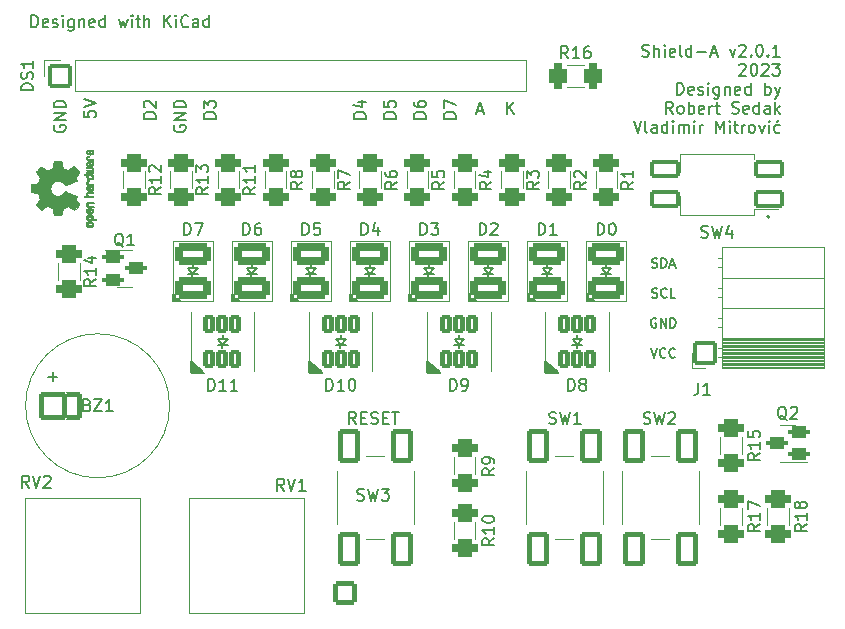
<source format=gto>
%TF.GenerationSoftware,KiCad,Pcbnew,6.0.11-2627ca5db0~126~ubuntu20.04.1*%
%TF.CreationDate,2023-03-17T11:38:59+01:00*%
%TF.ProjectId,shield_a,73686965-6c64-45f6-912e-6b696361645f,2.0.1*%
%TF.SameCoordinates,Original*%
%TF.FileFunction,Legend,Top*%
%TF.FilePolarity,Positive*%
%FSLAX46Y46*%
G04 Gerber Fmt 4.6, Leading zero omitted, Abs format (unit mm)*
G04 Created by KiCad (PCBNEW 6.0.11-2627ca5db0~126~ubuntu20.04.1) date 2023-03-17 11:38:59*
%MOMM*%
%LPD*%
G01*
G04 APERTURE LIST*
G04 Aperture macros list*
%AMRoundRect*
0 Rectangle with rounded corners*
0 $1 Rounding radius*
0 $2 $3 $4 $5 $6 $7 $8 $9 X,Y pos of 4 corners*
0 Add a 4 corners polygon primitive as box body*
4,1,4,$2,$3,$4,$5,$6,$7,$8,$9,$2,$3,0*
0 Add four circle primitives for the rounded corners*
1,1,$1+$1,$2,$3*
1,1,$1+$1,$4,$5*
1,1,$1+$1,$6,$7*
1,1,$1+$1,$8,$9*
0 Add four rect primitives between the rounded corners*
20,1,$1+$1,$2,$3,$4,$5,0*
20,1,$1+$1,$4,$5,$6,$7,0*
20,1,$1+$1,$6,$7,$8,$9,0*
20,1,$1+$1,$8,$9,$2,$3,0*%
G04 Aperture macros list end*
%ADD10C,0.200000*%
%ADD11C,0.150000*%
%ADD12C,0.120000*%
%ADD13C,0.010000*%
%ADD14C,1.840000*%
%ADD15RoundRect,0.200000X-1.000000X-1.000000X1.000000X-1.000000X1.000000X1.000000X-1.000000X1.000000X0*%
%ADD16C,2.400000*%
%ADD17RoundRect,0.200000X0.850000X-0.850000X0.850000X0.850000X-0.850000X0.850000X-0.850000X-0.850000X0*%
%ADD18O,2.100000X2.100000*%
%ADD19RoundRect,0.450000X-0.625000X0.312500X-0.625000X-0.312500X0.625000X-0.312500X0.625000X0.312500X0*%
%ADD20RoundRect,0.450000X0.625000X-0.312500X0.625000X0.312500X-0.625000X0.312500X-0.625000X-0.312500X0*%
%ADD21RoundRect,0.450000X-0.312500X-0.625000X0.312500X-0.625000X0.312500X0.625000X-0.312500X0.625000X0*%
%ADD22RoundRect,0.200000X0.300000X0.600000X-0.300000X0.600000X-0.300000X-0.600000X0.300000X-0.600000X0*%
%ADD23RoundRect,0.316200X-1.183800X0.583800X-1.183800X-0.583800X1.183800X-0.583800X1.183800X0.583800X0*%
%ADD24RoundRect,0.200000X0.750000X-1.250000X0.750000X1.250000X-0.750000X1.250000X-0.750000X-1.250000X0*%
%ADD25RoundRect,0.200000X-0.750000X1.250000X-0.750000X-1.250000X0.750000X-1.250000X0.750000X1.250000X0*%
%ADD26RoundRect,0.200000X0.850000X0.850000X-0.850000X0.850000X-0.850000X-0.850000X0.850000X-0.850000X0*%
%ADD27RoundRect,0.200000X1.100000X0.600000X-1.100000X0.600000X-1.100000X-0.600000X1.100000X-0.600000X0*%
%ADD28RoundRect,0.350000X0.587500X0.150000X-0.587500X0.150000X-0.587500X-0.150000X0.587500X-0.150000X0*%
%ADD29RoundRect,0.350000X-0.587500X-0.150000X0.587500X-0.150000X0.587500X0.150000X-0.587500X0.150000X0*%
%ADD30RoundRect,0.200000X-0.800000X0.800000X-0.800000X-0.800000X0.800000X-0.800000X0.800000X0.800000X0*%
%ADD31O,2.000000X2.000000*%
G04 APERTURE END LIST*
D10*
X171821803Y-82420000D02*
G75*
G03*
X171821803Y-82420000I-111803J0D01*
G01*
D11*
X161861619Y-89223809D02*
X161975904Y-89261904D01*
X162166380Y-89261904D01*
X162242571Y-89223809D01*
X162280666Y-89185714D01*
X162318761Y-89109523D01*
X162318761Y-89033333D01*
X162280666Y-88957142D01*
X162242571Y-88919047D01*
X162166380Y-88880952D01*
X162014000Y-88842857D01*
X161937809Y-88804761D01*
X161899714Y-88766666D01*
X161861619Y-88690476D01*
X161861619Y-88614285D01*
X161899714Y-88538095D01*
X161937809Y-88500000D01*
X162014000Y-88461904D01*
X162204476Y-88461904D01*
X162318761Y-88500000D01*
X163118761Y-89185714D02*
X163080666Y-89223809D01*
X162966380Y-89261904D01*
X162890190Y-89261904D01*
X162775904Y-89223809D01*
X162699714Y-89147619D01*
X162661619Y-89071428D01*
X162623523Y-88919047D01*
X162623523Y-88804761D01*
X162661619Y-88652380D01*
X162699714Y-88576190D01*
X162775904Y-88500000D01*
X162890190Y-88461904D01*
X162966380Y-88461904D01*
X163080666Y-88500000D01*
X163118761Y-88538095D01*
X163842571Y-89261904D02*
X163461619Y-89261904D01*
X163461619Y-88461904D01*
X162204476Y-91040000D02*
X162128285Y-91001904D01*
X162014000Y-91001904D01*
X161899714Y-91040000D01*
X161823523Y-91116190D01*
X161785428Y-91192380D01*
X161747333Y-91344761D01*
X161747333Y-91459047D01*
X161785428Y-91611428D01*
X161823523Y-91687619D01*
X161899714Y-91763809D01*
X162014000Y-91801904D01*
X162090190Y-91801904D01*
X162204476Y-91763809D01*
X162242571Y-91725714D01*
X162242571Y-91459047D01*
X162090190Y-91459047D01*
X162585428Y-91801904D02*
X162585428Y-91001904D01*
X163042571Y-91801904D01*
X163042571Y-91001904D01*
X163423523Y-91801904D02*
X163423523Y-91001904D01*
X163614000Y-91001904D01*
X163728285Y-91040000D01*
X163804476Y-91116190D01*
X163842571Y-91192380D01*
X163880666Y-91344761D01*
X163880666Y-91459047D01*
X163842571Y-91611428D01*
X163804476Y-91687619D01*
X163728285Y-91763809D01*
X163614000Y-91801904D01*
X163423523Y-91801904D01*
X161747333Y-93541904D02*
X162014000Y-94341904D01*
X162280666Y-93541904D01*
X163004476Y-94265714D02*
X162966380Y-94303809D01*
X162852095Y-94341904D01*
X162775904Y-94341904D01*
X162661619Y-94303809D01*
X162585428Y-94227619D01*
X162547333Y-94151428D01*
X162509238Y-93999047D01*
X162509238Y-93884761D01*
X162547333Y-93732380D01*
X162585428Y-93656190D01*
X162661619Y-93580000D01*
X162775904Y-93541904D01*
X162852095Y-93541904D01*
X162966380Y-93580000D01*
X163004476Y-93618095D01*
X163804476Y-94265714D02*
X163766380Y-94303809D01*
X163652095Y-94341904D01*
X163575904Y-94341904D01*
X163461619Y-94303809D01*
X163385428Y-94227619D01*
X163347333Y-94151428D01*
X163309238Y-93999047D01*
X163309238Y-93884761D01*
X163347333Y-93732380D01*
X163385428Y-93656190D01*
X163461619Y-93580000D01*
X163575904Y-93541904D01*
X163652095Y-93541904D01*
X163766380Y-93580000D01*
X163804476Y-93618095D01*
D10*
X136797619Y-99952380D02*
X136464285Y-99476190D01*
X136226190Y-99952380D02*
X136226190Y-98952380D01*
X136607142Y-98952380D01*
X136702380Y-99000000D01*
X136750000Y-99047619D01*
X136797619Y-99142857D01*
X136797619Y-99285714D01*
X136750000Y-99380952D01*
X136702380Y-99428571D01*
X136607142Y-99476190D01*
X136226190Y-99476190D01*
X137226190Y-99428571D02*
X137559523Y-99428571D01*
X137702380Y-99952380D02*
X137226190Y-99952380D01*
X137226190Y-98952380D01*
X137702380Y-98952380D01*
X138083333Y-99904761D02*
X138226190Y-99952380D01*
X138464285Y-99952380D01*
X138559523Y-99904761D01*
X138607142Y-99857142D01*
X138654761Y-99761904D01*
X138654761Y-99666666D01*
X138607142Y-99571428D01*
X138559523Y-99523809D01*
X138464285Y-99476190D01*
X138273809Y-99428571D01*
X138178571Y-99380952D01*
X138130952Y-99333333D01*
X138083333Y-99238095D01*
X138083333Y-99142857D01*
X138130952Y-99047619D01*
X138178571Y-99000000D01*
X138273809Y-98952380D01*
X138511904Y-98952380D01*
X138654761Y-99000000D01*
X139083333Y-99428571D02*
X139416666Y-99428571D01*
X139559523Y-99952380D02*
X139083333Y-99952380D01*
X139083333Y-98952380D01*
X139559523Y-98952380D01*
X139845238Y-98952380D02*
X140416666Y-98952380D01*
X140130952Y-99952380D02*
X140130952Y-98952380D01*
D11*
X109316190Y-66365380D02*
X109316190Y-65365380D01*
X109554285Y-65365380D01*
X109697142Y-65413000D01*
X109792380Y-65508238D01*
X109840000Y-65603476D01*
X109887619Y-65793952D01*
X109887619Y-65936809D01*
X109840000Y-66127285D01*
X109792380Y-66222523D01*
X109697142Y-66317761D01*
X109554285Y-66365380D01*
X109316190Y-66365380D01*
X110697142Y-66317761D02*
X110601904Y-66365380D01*
X110411428Y-66365380D01*
X110316190Y-66317761D01*
X110268571Y-66222523D01*
X110268571Y-65841571D01*
X110316190Y-65746333D01*
X110411428Y-65698714D01*
X110601904Y-65698714D01*
X110697142Y-65746333D01*
X110744761Y-65841571D01*
X110744761Y-65936809D01*
X110268571Y-66032047D01*
X111125714Y-66317761D02*
X111220952Y-66365380D01*
X111411428Y-66365380D01*
X111506666Y-66317761D01*
X111554285Y-66222523D01*
X111554285Y-66174904D01*
X111506666Y-66079666D01*
X111411428Y-66032047D01*
X111268571Y-66032047D01*
X111173333Y-65984428D01*
X111125714Y-65889190D01*
X111125714Y-65841571D01*
X111173333Y-65746333D01*
X111268571Y-65698714D01*
X111411428Y-65698714D01*
X111506666Y-65746333D01*
X111982857Y-66365380D02*
X111982857Y-65698714D01*
X111982857Y-65365380D02*
X111935238Y-65413000D01*
X111982857Y-65460619D01*
X112030476Y-65413000D01*
X111982857Y-65365380D01*
X111982857Y-65460619D01*
X112887619Y-65698714D02*
X112887619Y-66508238D01*
X112840000Y-66603476D01*
X112792380Y-66651095D01*
X112697142Y-66698714D01*
X112554285Y-66698714D01*
X112459047Y-66651095D01*
X112887619Y-66317761D02*
X112792380Y-66365380D01*
X112601904Y-66365380D01*
X112506666Y-66317761D01*
X112459047Y-66270142D01*
X112411428Y-66174904D01*
X112411428Y-65889190D01*
X112459047Y-65793952D01*
X112506666Y-65746333D01*
X112601904Y-65698714D01*
X112792380Y-65698714D01*
X112887619Y-65746333D01*
X113363809Y-65698714D02*
X113363809Y-66365380D01*
X113363809Y-65793952D02*
X113411428Y-65746333D01*
X113506666Y-65698714D01*
X113649523Y-65698714D01*
X113744761Y-65746333D01*
X113792380Y-65841571D01*
X113792380Y-66365380D01*
X114649523Y-66317761D02*
X114554285Y-66365380D01*
X114363809Y-66365380D01*
X114268571Y-66317761D01*
X114220952Y-66222523D01*
X114220952Y-65841571D01*
X114268571Y-65746333D01*
X114363809Y-65698714D01*
X114554285Y-65698714D01*
X114649523Y-65746333D01*
X114697142Y-65841571D01*
X114697142Y-65936809D01*
X114220952Y-66032047D01*
X115554285Y-66365380D02*
X115554285Y-65365380D01*
X115554285Y-66317761D02*
X115459047Y-66365380D01*
X115268571Y-66365380D01*
X115173333Y-66317761D01*
X115125714Y-66270142D01*
X115078095Y-66174904D01*
X115078095Y-65889190D01*
X115125714Y-65793952D01*
X115173333Y-65746333D01*
X115268571Y-65698714D01*
X115459047Y-65698714D01*
X115554285Y-65746333D01*
X116697142Y-65698714D02*
X116887619Y-66365380D01*
X117078095Y-65889190D01*
X117268571Y-66365380D01*
X117459047Y-65698714D01*
X117840000Y-66365380D02*
X117840000Y-65698714D01*
X117840000Y-65365380D02*
X117792380Y-65413000D01*
X117840000Y-65460619D01*
X117887619Y-65413000D01*
X117840000Y-65365380D01*
X117840000Y-65460619D01*
X118173333Y-65698714D02*
X118554285Y-65698714D01*
X118316190Y-65365380D02*
X118316190Y-66222523D01*
X118363809Y-66317761D01*
X118459047Y-66365380D01*
X118554285Y-66365380D01*
X118887619Y-66365380D02*
X118887619Y-65365380D01*
X119316190Y-66365380D02*
X119316190Y-65841571D01*
X119268571Y-65746333D01*
X119173333Y-65698714D01*
X119030476Y-65698714D01*
X118935238Y-65746333D01*
X118887619Y-65793952D01*
X120554285Y-66365380D02*
X120554285Y-65365380D01*
X121125714Y-66365380D02*
X120697142Y-65793952D01*
X121125714Y-65365380D02*
X120554285Y-65936809D01*
X121554285Y-66365380D02*
X121554285Y-65698714D01*
X121554285Y-65365380D02*
X121506666Y-65413000D01*
X121554285Y-65460619D01*
X121601904Y-65413000D01*
X121554285Y-65365380D01*
X121554285Y-65460619D01*
X122601904Y-66270142D02*
X122554285Y-66317761D01*
X122411428Y-66365380D01*
X122316190Y-66365380D01*
X122173333Y-66317761D01*
X122078095Y-66222523D01*
X122030476Y-66127285D01*
X121982857Y-65936809D01*
X121982857Y-65793952D01*
X122030476Y-65603476D01*
X122078095Y-65508238D01*
X122173333Y-65413000D01*
X122316190Y-65365380D01*
X122411428Y-65365380D01*
X122554285Y-65413000D01*
X122601904Y-65460619D01*
X123459047Y-66365380D02*
X123459047Y-65841571D01*
X123411428Y-65746333D01*
X123316190Y-65698714D01*
X123125714Y-65698714D01*
X123030476Y-65746333D01*
X123459047Y-66317761D02*
X123363809Y-66365380D01*
X123125714Y-66365380D01*
X123030476Y-66317761D01*
X122982857Y-66222523D01*
X122982857Y-66127285D01*
X123030476Y-66032047D01*
X123125714Y-65984428D01*
X123363809Y-65984428D01*
X123459047Y-65936809D01*
X124363809Y-66365380D02*
X124363809Y-65365380D01*
X124363809Y-66317761D02*
X124268571Y-66365380D01*
X124078095Y-66365380D01*
X123982857Y-66317761D01*
X123935238Y-66270142D01*
X123887619Y-66174904D01*
X123887619Y-65889190D01*
X123935238Y-65793952D01*
X123982857Y-65746333D01*
X124078095Y-65698714D01*
X124268571Y-65698714D01*
X124363809Y-65746333D01*
X111260000Y-74683214D02*
X111212380Y-74778452D01*
X111212380Y-74921309D01*
X111260000Y-75064166D01*
X111355238Y-75159404D01*
X111450476Y-75207023D01*
X111640952Y-75254642D01*
X111783809Y-75254642D01*
X111974285Y-75207023D01*
X112069523Y-75159404D01*
X112164761Y-75064166D01*
X112212380Y-74921309D01*
X112212380Y-74826071D01*
X112164761Y-74683214D01*
X112117142Y-74635595D01*
X111783809Y-74635595D01*
X111783809Y-74826071D01*
X112212380Y-74207023D02*
X111212380Y-74207023D01*
X112212380Y-73635595D01*
X111212380Y-73635595D01*
X112212380Y-73159404D02*
X111212380Y-73159404D01*
X111212380Y-72921309D01*
X111260000Y-72778452D01*
X111355238Y-72683214D01*
X111450476Y-72635595D01*
X111640952Y-72587976D01*
X111783809Y-72587976D01*
X111974285Y-72635595D01*
X112069523Y-72683214D01*
X112164761Y-72778452D01*
X112212380Y-72921309D01*
X112212380Y-73159404D01*
X149598095Y-73731380D02*
X149598095Y-72731380D01*
X150169523Y-73731380D02*
X149740952Y-73159952D01*
X150169523Y-72731380D02*
X149598095Y-73302809D01*
X147081904Y-73445666D02*
X147558095Y-73445666D01*
X146986666Y-73731380D02*
X147320000Y-72731380D01*
X147653333Y-73731380D01*
X119832380Y-74111785D02*
X118832380Y-74111785D01*
X118832380Y-73873690D01*
X118880000Y-73730833D01*
X118975238Y-73635595D01*
X119070476Y-73587976D01*
X119260952Y-73540357D01*
X119403809Y-73540357D01*
X119594285Y-73587976D01*
X119689523Y-73635595D01*
X119784761Y-73730833D01*
X119832380Y-73873690D01*
X119832380Y-74111785D01*
X118927619Y-73159404D02*
X118880000Y-73111785D01*
X118832380Y-73016547D01*
X118832380Y-72778452D01*
X118880000Y-72683214D01*
X118927619Y-72635595D01*
X119022857Y-72587976D01*
X119118095Y-72587976D01*
X119260952Y-72635595D01*
X119832380Y-73207023D01*
X119832380Y-72587976D01*
X121420000Y-74683214D02*
X121372380Y-74778452D01*
X121372380Y-74921309D01*
X121420000Y-75064166D01*
X121515238Y-75159404D01*
X121610476Y-75207023D01*
X121800952Y-75254642D01*
X121943809Y-75254642D01*
X122134285Y-75207023D01*
X122229523Y-75159404D01*
X122324761Y-75064166D01*
X122372380Y-74921309D01*
X122372380Y-74826071D01*
X122324761Y-74683214D01*
X122277142Y-74635595D01*
X121943809Y-74635595D01*
X121943809Y-74826071D01*
X122372380Y-74207023D02*
X121372380Y-74207023D01*
X122372380Y-73635595D01*
X121372380Y-73635595D01*
X122372380Y-73159404D02*
X121372380Y-73159404D01*
X121372380Y-72921309D01*
X121420000Y-72778452D01*
X121515238Y-72683214D01*
X121610476Y-72635595D01*
X121800952Y-72587976D01*
X121943809Y-72587976D01*
X122134285Y-72635595D01*
X122229523Y-72683214D01*
X122324761Y-72778452D01*
X122372380Y-72921309D01*
X122372380Y-73159404D01*
X142692380Y-74111785D02*
X141692380Y-74111785D01*
X141692380Y-73873690D01*
X141740000Y-73730833D01*
X141835238Y-73635595D01*
X141930476Y-73587976D01*
X142120952Y-73540357D01*
X142263809Y-73540357D01*
X142454285Y-73587976D01*
X142549523Y-73635595D01*
X142644761Y-73730833D01*
X142692380Y-73873690D01*
X142692380Y-74111785D01*
X141692380Y-72683214D02*
X141692380Y-72873690D01*
X141740000Y-72968928D01*
X141787619Y-73016547D01*
X141930476Y-73111785D01*
X142120952Y-73159404D01*
X142501904Y-73159404D01*
X142597142Y-73111785D01*
X142644761Y-73064166D01*
X142692380Y-72968928D01*
X142692380Y-72778452D01*
X142644761Y-72683214D01*
X142597142Y-72635595D01*
X142501904Y-72587976D01*
X142263809Y-72587976D01*
X142168571Y-72635595D01*
X142120952Y-72683214D01*
X142073333Y-72778452D01*
X142073333Y-72968928D01*
X142120952Y-73064166D01*
X142168571Y-73111785D01*
X142263809Y-73159404D01*
X124912380Y-74111785D02*
X123912380Y-74111785D01*
X123912380Y-73873690D01*
X123960000Y-73730833D01*
X124055238Y-73635595D01*
X124150476Y-73587976D01*
X124340952Y-73540357D01*
X124483809Y-73540357D01*
X124674285Y-73587976D01*
X124769523Y-73635595D01*
X124864761Y-73730833D01*
X124912380Y-73873690D01*
X124912380Y-74111785D01*
X123912380Y-73207023D02*
X123912380Y-72587976D01*
X124293333Y-72921309D01*
X124293333Y-72778452D01*
X124340952Y-72683214D01*
X124388571Y-72635595D01*
X124483809Y-72587976D01*
X124721904Y-72587976D01*
X124817142Y-72635595D01*
X124864761Y-72683214D01*
X124912380Y-72778452D01*
X124912380Y-73064166D01*
X124864761Y-73159404D01*
X124817142Y-73207023D01*
X140152380Y-74111785D02*
X139152380Y-74111785D01*
X139152380Y-73873690D01*
X139200000Y-73730833D01*
X139295238Y-73635595D01*
X139390476Y-73587976D01*
X139580952Y-73540357D01*
X139723809Y-73540357D01*
X139914285Y-73587976D01*
X140009523Y-73635595D01*
X140104761Y-73730833D01*
X140152380Y-73873690D01*
X140152380Y-74111785D01*
X139152380Y-72635595D02*
X139152380Y-73111785D01*
X139628571Y-73159404D01*
X139580952Y-73111785D01*
X139533333Y-73016547D01*
X139533333Y-72778452D01*
X139580952Y-72683214D01*
X139628571Y-72635595D01*
X139723809Y-72587976D01*
X139961904Y-72587976D01*
X140057142Y-72635595D01*
X140104761Y-72683214D01*
X140152380Y-72778452D01*
X140152380Y-73016547D01*
X140104761Y-73111785D01*
X140057142Y-73159404D01*
X161842571Y-86683809D02*
X161956857Y-86721904D01*
X162147333Y-86721904D01*
X162223523Y-86683809D01*
X162261619Y-86645714D01*
X162299714Y-86569523D01*
X162299714Y-86493333D01*
X162261619Y-86417142D01*
X162223523Y-86379047D01*
X162147333Y-86340952D01*
X161994952Y-86302857D01*
X161918761Y-86264761D01*
X161880666Y-86226666D01*
X161842571Y-86150476D01*
X161842571Y-86074285D01*
X161880666Y-85998095D01*
X161918761Y-85960000D01*
X161994952Y-85921904D01*
X162185428Y-85921904D01*
X162299714Y-85960000D01*
X162642571Y-86721904D02*
X162642571Y-85921904D01*
X162833047Y-85921904D01*
X162947333Y-85960000D01*
X163023523Y-86036190D01*
X163061619Y-86112380D01*
X163099714Y-86264761D01*
X163099714Y-86379047D01*
X163061619Y-86531428D01*
X163023523Y-86607619D01*
X162947333Y-86683809D01*
X162833047Y-86721904D01*
X162642571Y-86721904D01*
X163404476Y-86493333D02*
X163785428Y-86493333D01*
X163328285Y-86721904D02*
X163594952Y-85921904D01*
X163861619Y-86721904D01*
X145232380Y-74111785D02*
X144232380Y-74111785D01*
X144232380Y-73873690D01*
X144280000Y-73730833D01*
X144375238Y-73635595D01*
X144470476Y-73587976D01*
X144660952Y-73540357D01*
X144803809Y-73540357D01*
X144994285Y-73587976D01*
X145089523Y-73635595D01*
X145184761Y-73730833D01*
X145232380Y-73873690D01*
X145232380Y-74111785D01*
X144232380Y-73207023D02*
X144232380Y-72540357D01*
X145232380Y-72968928D01*
X113752380Y-73492738D02*
X113752380Y-73968928D01*
X114228571Y-74016547D01*
X114180952Y-73968928D01*
X114133333Y-73873690D01*
X114133333Y-73635595D01*
X114180952Y-73540357D01*
X114228571Y-73492738D01*
X114323809Y-73445119D01*
X114561904Y-73445119D01*
X114657142Y-73492738D01*
X114704761Y-73540357D01*
X114752380Y-73635595D01*
X114752380Y-73873690D01*
X114704761Y-73968928D01*
X114657142Y-74016547D01*
X113752380Y-73159404D02*
X114752380Y-72826071D01*
X113752380Y-72492738D01*
X137612380Y-74111785D02*
X136612380Y-74111785D01*
X136612380Y-73873690D01*
X136660000Y-73730833D01*
X136755238Y-73635595D01*
X136850476Y-73587976D01*
X137040952Y-73540357D01*
X137183809Y-73540357D01*
X137374285Y-73587976D01*
X137469523Y-73635595D01*
X137564761Y-73730833D01*
X137612380Y-73873690D01*
X137612380Y-74111785D01*
X136945714Y-72683214D02*
X137612380Y-72683214D01*
X136564761Y-72921309D02*
X137279047Y-73159404D01*
X137279047Y-72540357D01*
X161019357Y-68812761D02*
X161162214Y-68860380D01*
X161400309Y-68860380D01*
X161495547Y-68812761D01*
X161543166Y-68765142D01*
X161590785Y-68669904D01*
X161590785Y-68574666D01*
X161543166Y-68479428D01*
X161495547Y-68431809D01*
X161400309Y-68384190D01*
X161209833Y-68336571D01*
X161114595Y-68288952D01*
X161066976Y-68241333D01*
X161019357Y-68146095D01*
X161019357Y-68050857D01*
X161066976Y-67955619D01*
X161114595Y-67908000D01*
X161209833Y-67860380D01*
X161447928Y-67860380D01*
X161590785Y-67908000D01*
X162019357Y-68860380D02*
X162019357Y-67860380D01*
X162447928Y-68860380D02*
X162447928Y-68336571D01*
X162400309Y-68241333D01*
X162305071Y-68193714D01*
X162162214Y-68193714D01*
X162066976Y-68241333D01*
X162019357Y-68288952D01*
X162924119Y-68860380D02*
X162924119Y-68193714D01*
X162924119Y-67860380D02*
X162876500Y-67908000D01*
X162924119Y-67955619D01*
X162971738Y-67908000D01*
X162924119Y-67860380D01*
X162924119Y-67955619D01*
X163781261Y-68812761D02*
X163686023Y-68860380D01*
X163495547Y-68860380D01*
X163400309Y-68812761D01*
X163352690Y-68717523D01*
X163352690Y-68336571D01*
X163400309Y-68241333D01*
X163495547Y-68193714D01*
X163686023Y-68193714D01*
X163781261Y-68241333D01*
X163828880Y-68336571D01*
X163828880Y-68431809D01*
X163352690Y-68527047D01*
X164400309Y-68860380D02*
X164305071Y-68812761D01*
X164257452Y-68717523D01*
X164257452Y-67860380D01*
X165209833Y-68860380D02*
X165209833Y-67860380D01*
X165209833Y-68812761D02*
X165114595Y-68860380D01*
X164924119Y-68860380D01*
X164828880Y-68812761D01*
X164781261Y-68765142D01*
X164733642Y-68669904D01*
X164733642Y-68384190D01*
X164781261Y-68288952D01*
X164828880Y-68241333D01*
X164924119Y-68193714D01*
X165114595Y-68193714D01*
X165209833Y-68241333D01*
X165686023Y-68479428D02*
X166447928Y-68479428D01*
X166876500Y-68574666D02*
X167352690Y-68574666D01*
X166781261Y-68860380D02*
X167114595Y-67860380D01*
X167447928Y-68860380D01*
X168447928Y-68193714D02*
X168686023Y-68860380D01*
X168924119Y-68193714D01*
X169257452Y-67955619D02*
X169305071Y-67908000D01*
X169400309Y-67860380D01*
X169638404Y-67860380D01*
X169733642Y-67908000D01*
X169781261Y-67955619D01*
X169828880Y-68050857D01*
X169828880Y-68146095D01*
X169781261Y-68288952D01*
X169209833Y-68860380D01*
X169828880Y-68860380D01*
X170257452Y-68765142D02*
X170305071Y-68812761D01*
X170257452Y-68860380D01*
X170209833Y-68812761D01*
X170257452Y-68765142D01*
X170257452Y-68860380D01*
X170924119Y-67860380D02*
X171019357Y-67860380D01*
X171114595Y-67908000D01*
X171162214Y-67955619D01*
X171209833Y-68050857D01*
X171257452Y-68241333D01*
X171257452Y-68479428D01*
X171209833Y-68669904D01*
X171162214Y-68765142D01*
X171114595Y-68812761D01*
X171019357Y-68860380D01*
X170924119Y-68860380D01*
X170828880Y-68812761D01*
X170781261Y-68765142D01*
X170733642Y-68669904D01*
X170686023Y-68479428D01*
X170686023Y-68241333D01*
X170733642Y-68050857D01*
X170781261Y-67955619D01*
X170828880Y-67908000D01*
X170924119Y-67860380D01*
X171686023Y-68765142D02*
X171733642Y-68812761D01*
X171686023Y-68860380D01*
X171638404Y-68812761D01*
X171686023Y-68765142D01*
X171686023Y-68860380D01*
X172686023Y-68860380D02*
X172114595Y-68860380D01*
X172400309Y-68860380D02*
X172400309Y-67860380D01*
X172305071Y-68003238D01*
X172209833Y-68098476D01*
X172114595Y-68146095D01*
X169257452Y-69565619D02*
X169305071Y-69518000D01*
X169400309Y-69470380D01*
X169638404Y-69470380D01*
X169733642Y-69518000D01*
X169781261Y-69565619D01*
X169828880Y-69660857D01*
X169828880Y-69756095D01*
X169781261Y-69898952D01*
X169209833Y-70470380D01*
X169828880Y-70470380D01*
X170447928Y-69470380D02*
X170543166Y-69470380D01*
X170638404Y-69518000D01*
X170686023Y-69565619D01*
X170733642Y-69660857D01*
X170781261Y-69851333D01*
X170781261Y-70089428D01*
X170733642Y-70279904D01*
X170686023Y-70375142D01*
X170638404Y-70422761D01*
X170543166Y-70470380D01*
X170447928Y-70470380D01*
X170352690Y-70422761D01*
X170305071Y-70375142D01*
X170257452Y-70279904D01*
X170209833Y-70089428D01*
X170209833Y-69851333D01*
X170257452Y-69660857D01*
X170305071Y-69565619D01*
X170352690Y-69518000D01*
X170447928Y-69470380D01*
X171162214Y-69565619D02*
X171209833Y-69518000D01*
X171305071Y-69470380D01*
X171543166Y-69470380D01*
X171638404Y-69518000D01*
X171686023Y-69565619D01*
X171733642Y-69660857D01*
X171733642Y-69756095D01*
X171686023Y-69898952D01*
X171114595Y-70470380D01*
X171733642Y-70470380D01*
X172066976Y-69470380D02*
X172686023Y-69470380D01*
X172352690Y-69851333D01*
X172495547Y-69851333D01*
X172590785Y-69898952D01*
X172638404Y-69946571D01*
X172686023Y-70041809D01*
X172686023Y-70279904D01*
X172638404Y-70375142D01*
X172590785Y-70422761D01*
X172495547Y-70470380D01*
X172209833Y-70470380D01*
X172114595Y-70422761D01*
X172066976Y-70375142D01*
X163971738Y-72080380D02*
X163971738Y-71080380D01*
X164209833Y-71080380D01*
X164352690Y-71128000D01*
X164447928Y-71223238D01*
X164495547Y-71318476D01*
X164543166Y-71508952D01*
X164543166Y-71651809D01*
X164495547Y-71842285D01*
X164447928Y-71937523D01*
X164352690Y-72032761D01*
X164209833Y-72080380D01*
X163971738Y-72080380D01*
X165352690Y-72032761D02*
X165257452Y-72080380D01*
X165066976Y-72080380D01*
X164971738Y-72032761D01*
X164924119Y-71937523D01*
X164924119Y-71556571D01*
X164971738Y-71461333D01*
X165066976Y-71413714D01*
X165257452Y-71413714D01*
X165352690Y-71461333D01*
X165400309Y-71556571D01*
X165400309Y-71651809D01*
X164924119Y-71747047D01*
X165781261Y-72032761D02*
X165876500Y-72080380D01*
X166066976Y-72080380D01*
X166162214Y-72032761D01*
X166209833Y-71937523D01*
X166209833Y-71889904D01*
X166162214Y-71794666D01*
X166066976Y-71747047D01*
X165924119Y-71747047D01*
X165828880Y-71699428D01*
X165781261Y-71604190D01*
X165781261Y-71556571D01*
X165828880Y-71461333D01*
X165924119Y-71413714D01*
X166066976Y-71413714D01*
X166162214Y-71461333D01*
X166638404Y-72080380D02*
X166638404Y-71413714D01*
X166638404Y-71080380D02*
X166590785Y-71128000D01*
X166638404Y-71175619D01*
X166686023Y-71128000D01*
X166638404Y-71080380D01*
X166638404Y-71175619D01*
X167543166Y-71413714D02*
X167543166Y-72223238D01*
X167495547Y-72318476D01*
X167447928Y-72366095D01*
X167352690Y-72413714D01*
X167209833Y-72413714D01*
X167114595Y-72366095D01*
X167543166Y-72032761D02*
X167447928Y-72080380D01*
X167257452Y-72080380D01*
X167162214Y-72032761D01*
X167114595Y-71985142D01*
X167066976Y-71889904D01*
X167066976Y-71604190D01*
X167114595Y-71508952D01*
X167162214Y-71461333D01*
X167257452Y-71413714D01*
X167447928Y-71413714D01*
X167543166Y-71461333D01*
X168019357Y-71413714D02*
X168019357Y-72080380D01*
X168019357Y-71508952D02*
X168066976Y-71461333D01*
X168162214Y-71413714D01*
X168305071Y-71413714D01*
X168400309Y-71461333D01*
X168447928Y-71556571D01*
X168447928Y-72080380D01*
X169305071Y-72032761D02*
X169209833Y-72080380D01*
X169019357Y-72080380D01*
X168924119Y-72032761D01*
X168876500Y-71937523D01*
X168876500Y-71556571D01*
X168924119Y-71461333D01*
X169019357Y-71413714D01*
X169209833Y-71413714D01*
X169305071Y-71461333D01*
X169352690Y-71556571D01*
X169352690Y-71651809D01*
X168876500Y-71747047D01*
X170209833Y-72080380D02*
X170209833Y-71080380D01*
X170209833Y-72032761D02*
X170114595Y-72080380D01*
X169924119Y-72080380D01*
X169828880Y-72032761D01*
X169781261Y-71985142D01*
X169733642Y-71889904D01*
X169733642Y-71604190D01*
X169781261Y-71508952D01*
X169828880Y-71461333D01*
X169924119Y-71413714D01*
X170114595Y-71413714D01*
X170209833Y-71461333D01*
X171447928Y-72080380D02*
X171447928Y-71080380D01*
X171447928Y-71461333D02*
X171543166Y-71413714D01*
X171733642Y-71413714D01*
X171828880Y-71461333D01*
X171876500Y-71508952D01*
X171924119Y-71604190D01*
X171924119Y-71889904D01*
X171876500Y-71985142D01*
X171828880Y-72032761D01*
X171733642Y-72080380D01*
X171543166Y-72080380D01*
X171447928Y-72032761D01*
X172257452Y-71413714D02*
X172495547Y-72080380D01*
X172733642Y-71413714D02*
X172495547Y-72080380D01*
X172400309Y-72318476D01*
X172352690Y-72366095D01*
X172257452Y-72413714D01*
X163638404Y-73690380D02*
X163305071Y-73214190D01*
X163066976Y-73690380D02*
X163066976Y-72690380D01*
X163447928Y-72690380D01*
X163543166Y-72738000D01*
X163590785Y-72785619D01*
X163638404Y-72880857D01*
X163638404Y-73023714D01*
X163590785Y-73118952D01*
X163543166Y-73166571D01*
X163447928Y-73214190D01*
X163066976Y-73214190D01*
X164209833Y-73690380D02*
X164114595Y-73642761D01*
X164066976Y-73595142D01*
X164019357Y-73499904D01*
X164019357Y-73214190D01*
X164066976Y-73118952D01*
X164114595Y-73071333D01*
X164209833Y-73023714D01*
X164352690Y-73023714D01*
X164447928Y-73071333D01*
X164495547Y-73118952D01*
X164543166Y-73214190D01*
X164543166Y-73499904D01*
X164495547Y-73595142D01*
X164447928Y-73642761D01*
X164352690Y-73690380D01*
X164209833Y-73690380D01*
X164971738Y-73690380D02*
X164971738Y-72690380D01*
X164971738Y-73071333D02*
X165066976Y-73023714D01*
X165257452Y-73023714D01*
X165352690Y-73071333D01*
X165400309Y-73118952D01*
X165447928Y-73214190D01*
X165447928Y-73499904D01*
X165400309Y-73595142D01*
X165352690Y-73642761D01*
X165257452Y-73690380D01*
X165066976Y-73690380D01*
X164971738Y-73642761D01*
X166257452Y-73642761D02*
X166162214Y-73690380D01*
X165971738Y-73690380D01*
X165876500Y-73642761D01*
X165828880Y-73547523D01*
X165828880Y-73166571D01*
X165876500Y-73071333D01*
X165971738Y-73023714D01*
X166162214Y-73023714D01*
X166257452Y-73071333D01*
X166305071Y-73166571D01*
X166305071Y-73261809D01*
X165828880Y-73357047D01*
X166733642Y-73690380D02*
X166733642Y-73023714D01*
X166733642Y-73214190D02*
X166781261Y-73118952D01*
X166828880Y-73071333D01*
X166924119Y-73023714D01*
X167019357Y-73023714D01*
X167209833Y-73023714D02*
X167590785Y-73023714D01*
X167352690Y-72690380D02*
X167352690Y-73547523D01*
X167400309Y-73642761D01*
X167495547Y-73690380D01*
X167590785Y-73690380D01*
X168638404Y-73642761D02*
X168781261Y-73690380D01*
X169019357Y-73690380D01*
X169114595Y-73642761D01*
X169162214Y-73595142D01*
X169209833Y-73499904D01*
X169209833Y-73404666D01*
X169162214Y-73309428D01*
X169114595Y-73261809D01*
X169019357Y-73214190D01*
X168828880Y-73166571D01*
X168733642Y-73118952D01*
X168686023Y-73071333D01*
X168638404Y-72976095D01*
X168638404Y-72880857D01*
X168686023Y-72785619D01*
X168733642Y-72738000D01*
X168828880Y-72690380D01*
X169066976Y-72690380D01*
X169209833Y-72738000D01*
X170019357Y-73642761D02*
X169924119Y-73690380D01*
X169733642Y-73690380D01*
X169638404Y-73642761D01*
X169590785Y-73547523D01*
X169590785Y-73166571D01*
X169638404Y-73071333D01*
X169733642Y-73023714D01*
X169924119Y-73023714D01*
X170019357Y-73071333D01*
X170066976Y-73166571D01*
X170066976Y-73261809D01*
X169590785Y-73357047D01*
X170924119Y-73690380D02*
X170924119Y-72690380D01*
X170924119Y-73642761D02*
X170828880Y-73690380D01*
X170638404Y-73690380D01*
X170543166Y-73642761D01*
X170495547Y-73595142D01*
X170447928Y-73499904D01*
X170447928Y-73214190D01*
X170495547Y-73118952D01*
X170543166Y-73071333D01*
X170638404Y-73023714D01*
X170828880Y-73023714D01*
X170924119Y-73071333D01*
X171828880Y-73690380D02*
X171828880Y-73166571D01*
X171781261Y-73071333D01*
X171686023Y-73023714D01*
X171495547Y-73023714D01*
X171400309Y-73071333D01*
X171828880Y-73642761D02*
X171733642Y-73690380D01*
X171495547Y-73690380D01*
X171400309Y-73642761D01*
X171352690Y-73547523D01*
X171352690Y-73452285D01*
X171400309Y-73357047D01*
X171495547Y-73309428D01*
X171733642Y-73309428D01*
X171828880Y-73261809D01*
X172305071Y-73690380D02*
X172305071Y-72690380D01*
X172400309Y-73309428D02*
X172686023Y-73690380D01*
X172686023Y-73023714D02*
X172305071Y-73404666D01*
X160305071Y-74300380D02*
X160638404Y-75300380D01*
X160971738Y-74300380D01*
X161447928Y-75300380D02*
X161352690Y-75252761D01*
X161305071Y-75157523D01*
X161305071Y-74300380D01*
X162257452Y-75300380D02*
X162257452Y-74776571D01*
X162209833Y-74681333D01*
X162114595Y-74633714D01*
X161924119Y-74633714D01*
X161828880Y-74681333D01*
X162257452Y-75252761D02*
X162162214Y-75300380D01*
X161924119Y-75300380D01*
X161828880Y-75252761D01*
X161781261Y-75157523D01*
X161781261Y-75062285D01*
X161828880Y-74967047D01*
X161924119Y-74919428D01*
X162162214Y-74919428D01*
X162257452Y-74871809D01*
X163162214Y-75300380D02*
X163162214Y-74300380D01*
X163162214Y-75252761D02*
X163066976Y-75300380D01*
X162876500Y-75300380D01*
X162781261Y-75252761D01*
X162733642Y-75205142D01*
X162686023Y-75109904D01*
X162686023Y-74824190D01*
X162733642Y-74728952D01*
X162781261Y-74681333D01*
X162876500Y-74633714D01*
X163066976Y-74633714D01*
X163162214Y-74681333D01*
X163638404Y-75300380D02*
X163638404Y-74633714D01*
X163638404Y-74300380D02*
X163590785Y-74348000D01*
X163638404Y-74395619D01*
X163686023Y-74348000D01*
X163638404Y-74300380D01*
X163638404Y-74395619D01*
X164114595Y-75300380D02*
X164114595Y-74633714D01*
X164114595Y-74728952D02*
X164162214Y-74681333D01*
X164257452Y-74633714D01*
X164400309Y-74633714D01*
X164495547Y-74681333D01*
X164543166Y-74776571D01*
X164543166Y-75300380D01*
X164543166Y-74776571D02*
X164590785Y-74681333D01*
X164686023Y-74633714D01*
X164828880Y-74633714D01*
X164924119Y-74681333D01*
X164971738Y-74776571D01*
X164971738Y-75300380D01*
X165447928Y-75300380D02*
X165447928Y-74633714D01*
X165447928Y-74300380D02*
X165400309Y-74348000D01*
X165447928Y-74395619D01*
X165495547Y-74348000D01*
X165447928Y-74300380D01*
X165447928Y-74395619D01*
X165924119Y-75300380D02*
X165924119Y-74633714D01*
X165924119Y-74824190D02*
X165971738Y-74728952D01*
X166019357Y-74681333D01*
X166114595Y-74633714D01*
X166209833Y-74633714D01*
X167305071Y-75300380D02*
X167305071Y-74300380D01*
X167638404Y-75014666D01*
X167971738Y-74300380D01*
X167971738Y-75300380D01*
X168447928Y-75300380D02*
X168447928Y-74633714D01*
X168447928Y-74300380D02*
X168400309Y-74348000D01*
X168447928Y-74395619D01*
X168495547Y-74348000D01*
X168447928Y-74300380D01*
X168447928Y-74395619D01*
X168781261Y-74633714D02*
X169162214Y-74633714D01*
X168924119Y-74300380D02*
X168924119Y-75157523D01*
X168971738Y-75252761D01*
X169066976Y-75300380D01*
X169162214Y-75300380D01*
X169495547Y-75300380D02*
X169495547Y-74633714D01*
X169495547Y-74824190D02*
X169543166Y-74728952D01*
X169590785Y-74681333D01*
X169686023Y-74633714D01*
X169781261Y-74633714D01*
X170257452Y-75300380D02*
X170162214Y-75252761D01*
X170114595Y-75205142D01*
X170066976Y-75109904D01*
X170066976Y-74824190D01*
X170114595Y-74728952D01*
X170162214Y-74681333D01*
X170257452Y-74633714D01*
X170400309Y-74633714D01*
X170495547Y-74681333D01*
X170543166Y-74728952D01*
X170590785Y-74824190D01*
X170590785Y-75109904D01*
X170543166Y-75205142D01*
X170495547Y-75252761D01*
X170400309Y-75300380D01*
X170257452Y-75300380D01*
X170924119Y-74633714D02*
X171162214Y-75300380D01*
X171400309Y-74633714D01*
X171781261Y-75300380D02*
X171781261Y-74633714D01*
X171781261Y-74300380D02*
X171733642Y-74348000D01*
X171781261Y-74395619D01*
X171828880Y-74348000D01*
X171781261Y-74300380D01*
X171781261Y-74395619D01*
X172686023Y-75252761D02*
X172590785Y-75300380D01*
X172400309Y-75300380D01*
X172305071Y-75252761D01*
X172257452Y-75205142D01*
X172209833Y-75109904D01*
X172209833Y-74824190D01*
X172257452Y-74728952D01*
X172305071Y-74681333D01*
X172400309Y-74633714D01*
X172590785Y-74633714D01*
X172686023Y-74681333D01*
X172590785Y-74252761D02*
X172447928Y-74395619D01*
X130722761Y-105608380D02*
X130389428Y-105132190D01*
X130151333Y-105608380D02*
X130151333Y-104608380D01*
X130532285Y-104608380D01*
X130627523Y-104656000D01*
X130675142Y-104703619D01*
X130722761Y-104798857D01*
X130722761Y-104941714D01*
X130675142Y-105036952D01*
X130627523Y-105084571D01*
X130532285Y-105132190D01*
X130151333Y-105132190D01*
X131008476Y-104608380D02*
X131341809Y-105608380D01*
X131675142Y-104608380D01*
X132532285Y-105608380D02*
X131960857Y-105608380D01*
X132246571Y-105608380D02*
X132246571Y-104608380D01*
X132151333Y-104751238D01*
X132056095Y-104846476D01*
X131960857Y-104894095D01*
X114054047Y-98353571D02*
X114196904Y-98401190D01*
X114244523Y-98448809D01*
X114292142Y-98544047D01*
X114292142Y-98686904D01*
X114244523Y-98782142D01*
X114196904Y-98829761D01*
X114101666Y-98877380D01*
X113720714Y-98877380D01*
X113720714Y-97877380D01*
X114054047Y-97877380D01*
X114149285Y-97925000D01*
X114196904Y-97972619D01*
X114244523Y-98067857D01*
X114244523Y-98163095D01*
X114196904Y-98258333D01*
X114149285Y-98305952D01*
X114054047Y-98353571D01*
X113720714Y-98353571D01*
X114625476Y-97877380D02*
X115292142Y-97877380D01*
X114625476Y-98877380D01*
X115292142Y-98877380D01*
X116196904Y-98877380D02*
X115625476Y-98877380D01*
X115911190Y-98877380D02*
X115911190Y-97877380D01*
X115815952Y-98020238D01*
X115720714Y-98115476D01*
X115625476Y-98163095D01*
X110734047Y-95956428D02*
X111495952Y-95956428D01*
X111115000Y-96337380D02*
X111115000Y-95575476D01*
X109132761Y-105354380D02*
X108799428Y-104878190D01*
X108561333Y-105354380D02*
X108561333Y-104354380D01*
X108942285Y-104354380D01*
X109037523Y-104402000D01*
X109085142Y-104449619D01*
X109132761Y-104544857D01*
X109132761Y-104687714D01*
X109085142Y-104782952D01*
X109037523Y-104830571D01*
X108942285Y-104878190D01*
X108561333Y-104878190D01*
X109418476Y-104354380D02*
X109751809Y-105354380D01*
X110085142Y-104354380D01*
X110370857Y-104449619D02*
X110418476Y-104402000D01*
X110513714Y-104354380D01*
X110751809Y-104354380D01*
X110847047Y-104402000D01*
X110894666Y-104449619D01*
X110942285Y-104544857D01*
X110942285Y-104640095D01*
X110894666Y-104782952D01*
X110323238Y-105354380D01*
X110942285Y-105354380D01*
X109442380Y-71699285D02*
X108442380Y-71699285D01*
X108442380Y-71461190D01*
X108490000Y-71318333D01*
X108585238Y-71223095D01*
X108680476Y-71175476D01*
X108870952Y-71127857D01*
X109013809Y-71127857D01*
X109204285Y-71175476D01*
X109299523Y-71223095D01*
X109394761Y-71318333D01*
X109442380Y-71461190D01*
X109442380Y-71699285D01*
X109394761Y-70746904D02*
X109442380Y-70604047D01*
X109442380Y-70365952D01*
X109394761Y-70270714D01*
X109347142Y-70223095D01*
X109251904Y-70175476D01*
X109156666Y-70175476D01*
X109061428Y-70223095D01*
X109013809Y-70270714D01*
X108966190Y-70365952D01*
X108918571Y-70556428D01*
X108870952Y-70651666D01*
X108823333Y-70699285D01*
X108728095Y-70746904D01*
X108632857Y-70746904D01*
X108537619Y-70699285D01*
X108490000Y-70651666D01*
X108442380Y-70556428D01*
X108442380Y-70318333D01*
X108490000Y-70175476D01*
X109442380Y-69223095D02*
X109442380Y-69794523D01*
X109442380Y-69508809D02*
X108442380Y-69508809D01*
X108585238Y-69604047D01*
X108680476Y-69699285D01*
X108728095Y-69794523D01*
X120272380Y-79942857D02*
X119796190Y-80276190D01*
X120272380Y-80514285D02*
X119272380Y-80514285D01*
X119272380Y-80133333D01*
X119320000Y-80038095D01*
X119367619Y-79990476D01*
X119462857Y-79942857D01*
X119605714Y-79942857D01*
X119700952Y-79990476D01*
X119748571Y-80038095D01*
X119796190Y-80133333D01*
X119796190Y-80514285D01*
X120272380Y-78990476D02*
X120272380Y-79561904D01*
X120272380Y-79276190D02*
X119272380Y-79276190D01*
X119415238Y-79371428D01*
X119510476Y-79466666D01*
X119558095Y-79561904D01*
X119367619Y-78609523D02*
X119320000Y-78561904D01*
X119272380Y-78466666D01*
X119272380Y-78228571D01*
X119320000Y-78133333D01*
X119367619Y-78085714D01*
X119462857Y-78038095D01*
X119558095Y-78038095D01*
X119700952Y-78085714D01*
X120272380Y-78657142D01*
X120272380Y-78038095D01*
X148502380Y-109642857D02*
X148026190Y-109976190D01*
X148502380Y-110214285D02*
X147502380Y-110214285D01*
X147502380Y-109833333D01*
X147550000Y-109738095D01*
X147597619Y-109690476D01*
X147692857Y-109642857D01*
X147835714Y-109642857D01*
X147930952Y-109690476D01*
X147978571Y-109738095D01*
X148026190Y-109833333D01*
X148026190Y-110214285D01*
X148502380Y-108690476D02*
X148502380Y-109261904D01*
X148502380Y-108976190D02*
X147502380Y-108976190D01*
X147645238Y-109071428D01*
X147740476Y-109166666D01*
X147788095Y-109261904D01*
X147502380Y-108071428D02*
X147502380Y-107976190D01*
X147550000Y-107880952D01*
X147597619Y-107833333D01*
X147692857Y-107785714D01*
X147883333Y-107738095D01*
X148121428Y-107738095D01*
X148311904Y-107785714D01*
X148407142Y-107833333D01*
X148454761Y-107880952D01*
X148502380Y-107976190D01*
X148502380Y-108071428D01*
X148454761Y-108166666D01*
X148407142Y-108214285D01*
X148311904Y-108261904D01*
X148121428Y-108309523D01*
X147883333Y-108309523D01*
X147692857Y-108261904D01*
X147597619Y-108214285D01*
X147550000Y-108166666D01*
X147502380Y-108071428D01*
X174952380Y-108442857D02*
X174476190Y-108776190D01*
X174952380Y-109014285D02*
X173952380Y-109014285D01*
X173952380Y-108633333D01*
X174000000Y-108538095D01*
X174047619Y-108490476D01*
X174142857Y-108442857D01*
X174285714Y-108442857D01*
X174380952Y-108490476D01*
X174428571Y-108538095D01*
X174476190Y-108633333D01*
X174476190Y-109014285D01*
X174952380Y-107490476D02*
X174952380Y-108061904D01*
X174952380Y-107776190D02*
X173952380Y-107776190D01*
X174095238Y-107871428D01*
X174190476Y-107966666D01*
X174238095Y-108061904D01*
X174380952Y-106919047D02*
X174333333Y-107014285D01*
X174285714Y-107061904D01*
X174190476Y-107109523D01*
X174142857Y-107109523D01*
X174047619Y-107061904D01*
X174000000Y-107014285D01*
X173952380Y-106919047D01*
X173952380Y-106728571D01*
X174000000Y-106633333D01*
X174047619Y-106585714D01*
X174142857Y-106538095D01*
X174190476Y-106538095D01*
X174285714Y-106585714D01*
X174333333Y-106633333D01*
X174380952Y-106728571D01*
X174380952Y-106919047D01*
X174428571Y-107014285D01*
X174476190Y-107061904D01*
X174571428Y-107109523D01*
X174761904Y-107109523D01*
X174857142Y-107061904D01*
X174904761Y-107014285D01*
X174952380Y-106919047D01*
X174952380Y-106728571D01*
X174904761Y-106633333D01*
X174857142Y-106585714D01*
X174761904Y-106538095D01*
X174571428Y-106538095D01*
X174476190Y-106585714D01*
X174428571Y-106633333D01*
X174380952Y-106728571D01*
X171002380Y-108442857D02*
X170526190Y-108776190D01*
X171002380Y-109014285D02*
X170002380Y-109014285D01*
X170002380Y-108633333D01*
X170050000Y-108538095D01*
X170097619Y-108490476D01*
X170192857Y-108442857D01*
X170335714Y-108442857D01*
X170430952Y-108490476D01*
X170478571Y-108538095D01*
X170526190Y-108633333D01*
X170526190Y-109014285D01*
X171002380Y-107490476D02*
X171002380Y-108061904D01*
X171002380Y-107776190D02*
X170002380Y-107776190D01*
X170145238Y-107871428D01*
X170240476Y-107966666D01*
X170288095Y-108061904D01*
X170002380Y-107157142D02*
X170002380Y-106490476D01*
X171002380Y-106919047D01*
X154757142Y-69002380D02*
X154423809Y-68526190D01*
X154185714Y-69002380D02*
X154185714Y-68002380D01*
X154566666Y-68002380D01*
X154661904Y-68050000D01*
X154709523Y-68097619D01*
X154757142Y-68192857D01*
X154757142Y-68335714D01*
X154709523Y-68430952D01*
X154661904Y-68478571D01*
X154566666Y-68526190D01*
X154185714Y-68526190D01*
X155709523Y-69002380D02*
X155138095Y-69002380D01*
X155423809Y-69002380D02*
X155423809Y-68002380D01*
X155328571Y-68145238D01*
X155233333Y-68240476D01*
X155138095Y-68288095D01*
X156566666Y-68002380D02*
X156376190Y-68002380D01*
X156280952Y-68050000D01*
X156233333Y-68097619D01*
X156138095Y-68240476D01*
X156090476Y-68430952D01*
X156090476Y-68811904D01*
X156138095Y-68907142D01*
X156185714Y-68954761D01*
X156280952Y-69002380D01*
X156471428Y-69002380D01*
X156566666Y-68954761D01*
X156614285Y-68907142D01*
X156661904Y-68811904D01*
X156661904Y-68573809D01*
X156614285Y-68478571D01*
X156566666Y-68430952D01*
X156471428Y-68383333D01*
X156280952Y-68383333D01*
X156185714Y-68430952D01*
X156138095Y-68478571D01*
X156090476Y-68573809D01*
X171002380Y-102442857D02*
X170526190Y-102776190D01*
X171002380Y-103014285D02*
X170002380Y-103014285D01*
X170002380Y-102633333D01*
X170050000Y-102538095D01*
X170097619Y-102490476D01*
X170192857Y-102442857D01*
X170335714Y-102442857D01*
X170430952Y-102490476D01*
X170478571Y-102538095D01*
X170526190Y-102633333D01*
X170526190Y-103014285D01*
X171002380Y-101490476D02*
X171002380Y-102061904D01*
X171002380Y-101776190D02*
X170002380Y-101776190D01*
X170145238Y-101871428D01*
X170240476Y-101966666D01*
X170288095Y-102061904D01*
X170002380Y-100585714D02*
X170002380Y-101061904D01*
X170478571Y-101109523D01*
X170430952Y-101061904D01*
X170383333Y-100966666D01*
X170383333Y-100728571D01*
X170430952Y-100633333D01*
X170478571Y-100585714D01*
X170573809Y-100538095D01*
X170811904Y-100538095D01*
X170907142Y-100585714D01*
X170954761Y-100633333D01*
X171002380Y-100728571D01*
X171002380Y-100966666D01*
X170954761Y-101061904D01*
X170907142Y-101109523D01*
X114792380Y-87692857D02*
X114316190Y-88026190D01*
X114792380Y-88264285D02*
X113792380Y-88264285D01*
X113792380Y-87883333D01*
X113840000Y-87788095D01*
X113887619Y-87740476D01*
X113982857Y-87692857D01*
X114125714Y-87692857D01*
X114220952Y-87740476D01*
X114268571Y-87788095D01*
X114316190Y-87883333D01*
X114316190Y-88264285D01*
X114792380Y-86740476D02*
X114792380Y-87311904D01*
X114792380Y-87026190D02*
X113792380Y-87026190D01*
X113935238Y-87121428D01*
X114030476Y-87216666D01*
X114078095Y-87311904D01*
X114125714Y-85883333D02*
X114792380Y-85883333D01*
X113744761Y-86121428D02*
X114459047Y-86359523D01*
X114459047Y-85740476D01*
X124272380Y-79942857D02*
X123796190Y-80276190D01*
X124272380Y-80514285D02*
X123272380Y-80514285D01*
X123272380Y-80133333D01*
X123320000Y-80038095D01*
X123367619Y-79990476D01*
X123462857Y-79942857D01*
X123605714Y-79942857D01*
X123700952Y-79990476D01*
X123748571Y-80038095D01*
X123796190Y-80133333D01*
X123796190Y-80514285D01*
X124272380Y-78990476D02*
X124272380Y-79561904D01*
X124272380Y-79276190D02*
X123272380Y-79276190D01*
X123415238Y-79371428D01*
X123510476Y-79466666D01*
X123558095Y-79561904D01*
X123272380Y-78657142D02*
X123272380Y-78038095D01*
X123653333Y-78371428D01*
X123653333Y-78228571D01*
X123700952Y-78133333D01*
X123748571Y-78085714D01*
X123843809Y-78038095D01*
X124081904Y-78038095D01*
X124177142Y-78085714D01*
X124224761Y-78133333D01*
X124272380Y-78228571D01*
X124272380Y-78514285D01*
X124224761Y-78609523D01*
X124177142Y-78657142D01*
X128272380Y-79942857D02*
X127796190Y-80276190D01*
X128272380Y-80514285D02*
X127272380Y-80514285D01*
X127272380Y-80133333D01*
X127320000Y-80038095D01*
X127367619Y-79990476D01*
X127462857Y-79942857D01*
X127605714Y-79942857D01*
X127700952Y-79990476D01*
X127748571Y-80038095D01*
X127796190Y-80133333D01*
X127796190Y-80514285D01*
X128272380Y-78990476D02*
X128272380Y-79561904D01*
X128272380Y-79276190D02*
X127272380Y-79276190D01*
X127415238Y-79371428D01*
X127510476Y-79466666D01*
X127558095Y-79561904D01*
X128272380Y-78038095D02*
X128272380Y-78609523D01*
X128272380Y-78323809D02*
X127272380Y-78323809D01*
X127415238Y-78419047D01*
X127510476Y-78514285D01*
X127558095Y-78609523D01*
X148502380Y-103716666D02*
X148026190Y-104050000D01*
X148502380Y-104288095D02*
X147502380Y-104288095D01*
X147502380Y-103907142D01*
X147550000Y-103811904D01*
X147597619Y-103764285D01*
X147692857Y-103716666D01*
X147835714Y-103716666D01*
X147930952Y-103764285D01*
X147978571Y-103811904D01*
X148026190Y-103907142D01*
X148026190Y-104288095D01*
X148502380Y-103240476D02*
X148502380Y-103050000D01*
X148454761Y-102954761D01*
X148407142Y-102907142D01*
X148264285Y-102811904D01*
X148073809Y-102764285D01*
X147692857Y-102764285D01*
X147597619Y-102811904D01*
X147550000Y-102859523D01*
X147502380Y-102954761D01*
X147502380Y-103145238D01*
X147550000Y-103240476D01*
X147597619Y-103288095D01*
X147692857Y-103335714D01*
X147930952Y-103335714D01*
X148026190Y-103288095D01*
X148073809Y-103240476D01*
X148121428Y-103145238D01*
X148121428Y-102954761D01*
X148073809Y-102859523D01*
X148026190Y-102811904D01*
X147930952Y-102764285D01*
X132272380Y-79466666D02*
X131796190Y-79800000D01*
X132272380Y-80038095D02*
X131272380Y-80038095D01*
X131272380Y-79657142D01*
X131320000Y-79561904D01*
X131367619Y-79514285D01*
X131462857Y-79466666D01*
X131605714Y-79466666D01*
X131700952Y-79514285D01*
X131748571Y-79561904D01*
X131796190Y-79657142D01*
X131796190Y-80038095D01*
X131700952Y-78895238D02*
X131653333Y-78990476D01*
X131605714Y-79038095D01*
X131510476Y-79085714D01*
X131462857Y-79085714D01*
X131367619Y-79038095D01*
X131320000Y-78990476D01*
X131272380Y-78895238D01*
X131272380Y-78704761D01*
X131320000Y-78609523D01*
X131367619Y-78561904D01*
X131462857Y-78514285D01*
X131510476Y-78514285D01*
X131605714Y-78561904D01*
X131653333Y-78609523D01*
X131700952Y-78704761D01*
X131700952Y-78895238D01*
X131748571Y-78990476D01*
X131796190Y-79038095D01*
X131891428Y-79085714D01*
X132081904Y-79085714D01*
X132177142Y-79038095D01*
X132224761Y-78990476D01*
X132272380Y-78895238D01*
X132272380Y-78704761D01*
X132224761Y-78609523D01*
X132177142Y-78561904D01*
X132081904Y-78514285D01*
X131891428Y-78514285D01*
X131796190Y-78561904D01*
X131748571Y-78609523D01*
X131700952Y-78704761D01*
X136272380Y-79466666D02*
X135796190Y-79800000D01*
X136272380Y-80038095D02*
X135272380Y-80038095D01*
X135272380Y-79657142D01*
X135320000Y-79561904D01*
X135367619Y-79514285D01*
X135462857Y-79466666D01*
X135605714Y-79466666D01*
X135700952Y-79514285D01*
X135748571Y-79561904D01*
X135796190Y-79657142D01*
X135796190Y-80038095D01*
X135272380Y-79133333D02*
X135272380Y-78466666D01*
X136272380Y-78895238D01*
X140272380Y-79466666D02*
X139796190Y-79800000D01*
X140272380Y-80038095D02*
X139272380Y-80038095D01*
X139272380Y-79657142D01*
X139320000Y-79561904D01*
X139367619Y-79514285D01*
X139462857Y-79466666D01*
X139605714Y-79466666D01*
X139700952Y-79514285D01*
X139748571Y-79561904D01*
X139796190Y-79657142D01*
X139796190Y-80038095D01*
X139272380Y-78609523D02*
X139272380Y-78800000D01*
X139320000Y-78895238D01*
X139367619Y-78942857D01*
X139510476Y-79038095D01*
X139700952Y-79085714D01*
X140081904Y-79085714D01*
X140177142Y-79038095D01*
X140224761Y-78990476D01*
X140272380Y-78895238D01*
X140272380Y-78704761D01*
X140224761Y-78609523D01*
X140177142Y-78561904D01*
X140081904Y-78514285D01*
X139843809Y-78514285D01*
X139748571Y-78561904D01*
X139700952Y-78609523D01*
X139653333Y-78704761D01*
X139653333Y-78895238D01*
X139700952Y-78990476D01*
X139748571Y-79038095D01*
X139843809Y-79085714D01*
X144272380Y-79466666D02*
X143796190Y-79800000D01*
X144272380Y-80038095D02*
X143272380Y-80038095D01*
X143272380Y-79657142D01*
X143320000Y-79561904D01*
X143367619Y-79514285D01*
X143462857Y-79466666D01*
X143605714Y-79466666D01*
X143700952Y-79514285D01*
X143748571Y-79561904D01*
X143796190Y-79657142D01*
X143796190Y-80038095D01*
X143272380Y-78561904D02*
X143272380Y-79038095D01*
X143748571Y-79085714D01*
X143700952Y-79038095D01*
X143653333Y-78942857D01*
X143653333Y-78704761D01*
X143700952Y-78609523D01*
X143748571Y-78561904D01*
X143843809Y-78514285D01*
X144081904Y-78514285D01*
X144177142Y-78561904D01*
X144224761Y-78609523D01*
X144272380Y-78704761D01*
X144272380Y-78942857D01*
X144224761Y-79038095D01*
X144177142Y-79085714D01*
X148272380Y-79466666D02*
X147796190Y-79800000D01*
X148272380Y-80038095D02*
X147272380Y-80038095D01*
X147272380Y-79657142D01*
X147320000Y-79561904D01*
X147367619Y-79514285D01*
X147462857Y-79466666D01*
X147605714Y-79466666D01*
X147700952Y-79514285D01*
X147748571Y-79561904D01*
X147796190Y-79657142D01*
X147796190Y-80038095D01*
X147605714Y-78609523D02*
X148272380Y-78609523D01*
X147224761Y-78847619D02*
X147939047Y-79085714D01*
X147939047Y-78466666D01*
X152272380Y-79466666D02*
X151796190Y-79800000D01*
X152272380Y-80038095D02*
X151272380Y-80038095D01*
X151272380Y-79657142D01*
X151320000Y-79561904D01*
X151367619Y-79514285D01*
X151462857Y-79466666D01*
X151605714Y-79466666D01*
X151700952Y-79514285D01*
X151748571Y-79561904D01*
X151796190Y-79657142D01*
X151796190Y-80038095D01*
X151272380Y-79133333D02*
X151272380Y-78514285D01*
X151653333Y-78847619D01*
X151653333Y-78704761D01*
X151700952Y-78609523D01*
X151748571Y-78561904D01*
X151843809Y-78514285D01*
X152081904Y-78514285D01*
X152177142Y-78561904D01*
X152224761Y-78609523D01*
X152272380Y-78704761D01*
X152272380Y-78990476D01*
X152224761Y-79085714D01*
X152177142Y-79133333D01*
X156272380Y-79466666D02*
X155796190Y-79800000D01*
X156272380Y-80038095D02*
X155272380Y-80038095D01*
X155272380Y-79657142D01*
X155320000Y-79561904D01*
X155367619Y-79514285D01*
X155462857Y-79466666D01*
X155605714Y-79466666D01*
X155700952Y-79514285D01*
X155748571Y-79561904D01*
X155796190Y-79657142D01*
X155796190Y-80038095D01*
X155367619Y-79085714D02*
X155320000Y-79038095D01*
X155272380Y-78942857D01*
X155272380Y-78704761D01*
X155320000Y-78609523D01*
X155367619Y-78561904D01*
X155462857Y-78514285D01*
X155558095Y-78514285D01*
X155700952Y-78561904D01*
X156272380Y-79133333D01*
X156272380Y-78514285D01*
X160272380Y-79466666D02*
X159796190Y-79800000D01*
X160272380Y-80038095D02*
X159272380Y-80038095D01*
X159272380Y-79657142D01*
X159320000Y-79561904D01*
X159367619Y-79514285D01*
X159462857Y-79466666D01*
X159605714Y-79466666D01*
X159700952Y-79514285D01*
X159748571Y-79561904D01*
X159796190Y-79657142D01*
X159796190Y-80038095D01*
X160272380Y-78514285D02*
X160272380Y-79085714D01*
X160272380Y-78800000D02*
X159272380Y-78800000D01*
X159415238Y-78895238D01*
X159510476Y-78990476D01*
X159558095Y-79085714D01*
X134285714Y-97152380D02*
X134285714Y-96152380D01*
X134523809Y-96152380D01*
X134666666Y-96200000D01*
X134761904Y-96295238D01*
X134809523Y-96390476D01*
X134857142Y-96580952D01*
X134857142Y-96723809D01*
X134809523Y-96914285D01*
X134761904Y-97009523D01*
X134666666Y-97104761D01*
X134523809Y-97152380D01*
X134285714Y-97152380D01*
X135809523Y-97152380D02*
X135238095Y-97152380D01*
X135523809Y-97152380D02*
X135523809Y-96152380D01*
X135428571Y-96295238D01*
X135333333Y-96390476D01*
X135238095Y-96438095D01*
X136428571Y-96152380D02*
X136523809Y-96152380D01*
X136619047Y-96200000D01*
X136666666Y-96247619D01*
X136714285Y-96342857D01*
X136761904Y-96533333D01*
X136761904Y-96771428D01*
X136714285Y-96961904D01*
X136666666Y-97057142D01*
X136619047Y-97104761D01*
X136523809Y-97152380D01*
X136428571Y-97152380D01*
X136333333Y-97104761D01*
X136285714Y-97057142D01*
X136238095Y-96961904D01*
X136190476Y-96771428D01*
X136190476Y-96533333D01*
X136238095Y-96342857D01*
X136285714Y-96247619D01*
X136333333Y-96200000D01*
X136428571Y-96152380D01*
X154761904Y-97152380D02*
X154761904Y-96152380D01*
X155000000Y-96152380D01*
X155142857Y-96200000D01*
X155238095Y-96295238D01*
X155285714Y-96390476D01*
X155333333Y-96580952D01*
X155333333Y-96723809D01*
X155285714Y-96914285D01*
X155238095Y-97009523D01*
X155142857Y-97104761D01*
X155000000Y-97152380D01*
X154761904Y-97152380D01*
X155904761Y-96580952D02*
X155809523Y-96533333D01*
X155761904Y-96485714D01*
X155714285Y-96390476D01*
X155714285Y-96342857D01*
X155761904Y-96247619D01*
X155809523Y-96200000D01*
X155904761Y-96152380D01*
X156095238Y-96152380D01*
X156190476Y-96200000D01*
X156238095Y-96247619D01*
X156285714Y-96342857D01*
X156285714Y-96390476D01*
X156238095Y-96485714D01*
X156190476Y-96533333D01*
X156095238Y-96580952D01*
X155904761Y-96580952D01*
X155809523Y-96628571D01*
X155761904Y-96676190D01*
X155714285Y-96771428D01*
X155714285Y-96961904D01*
X155761904Y-97057142D01*
X155809523Y-97104761D01*
X155904761Y-97152380D01*
X156095238Y-97152380D01*
X156190476Y-97104761D01*
X156238095Y-97057142D01*
X156285714Y-96961904D01*
X156285714Y-96771428D01*
X156238095Y-96676190D01*
X156190476Y-96628571D01*
X156095238Y-96580952D01*
X124285714Y-97152380D02*
X124285714Y-96152380D01*
X124523809Y-96152380D01*
X124666666Y-96200000D01*
X124761904Y-96295238D01*
X124809523Y-96390476D01*
X124857142Y-96580952D01*
X124857142Y-96723809D01*
X124809523Y-96914285D01*
X124761904Y-97009523D01*
X124666666Y-97104761D01*
X124523809Y-97152380D01*
X124285714Y-97152380D01*
X125809523Y-97152380D02*
X125238095Y-97152380D01*
X125523809Y-97152380D02*
X125523809Y-96152380D01*
X125428571Y-96295238D01*
X125333333Y-96390476D01*
X125238095Y-96438095D01*
X126761904Y-97152380D02*
X126190476Y-97152380D01*
X126476190Y-97152380D02*
X126476190Y-96152380D01*
X126380952Y-96295238D01*
X126285714Y-96390476D01*
X126190476Y-96438095D01*
X144761904Y-97152380D02*
X144761904Y-96152380D01*
X145000000Y-96152380D01*
X145142857Y-96200000D01*
X145238095Y-96295238D01*
X145285714Y-96390476D01*
X145333333Y-96580952D01*
X145333333Y-96723809D01*
X145285714Y-96914285D01*
X145238095Y-97009523D01*
X145142857Y-97104761D01*
X145000000Y-97152380D01*
X144761904Y-97152380D01*
X145809523Y-97152380D02*
X146000000Y-97152380D01*
X146095238Y-97104761D01*
X146142857Y-97057142D01*
X146238095Y-96914285D01*
X146285714Y-96723809D01*
X146285714Y-96342857D01*
X146238095Y-96247619D01*
X146190476Y-96200000D01*
X146095238Y-96152380D01*
X145904761Y-96152380D01*
X145809523Y-96200000D01*
X145761904Y-96247619D01*
X145714285Y-96342857D01*
X145714285Y-96580952D01*
X145761904Y-96676190D01*
X145809523Y-96723809D01*
X145904761Y-96771428D01*
X146095238Y-96771428D01*
X146190476Y-96723809D01*
X146238095Y-96676190D01*
X146285714Y-96580952D01*
X157261904Y-83952380D02*
X157261904Y-82952380D01*
X157500000Y-82952380D01*
X157642857Y-83000000D01*
X157738095Y-83095238D01*
X157785714Y-83190476D01*
X157833333Y-83380952D01*
X157833333Y-83523809D01*
X157785714Y-83714285D01*
X157738095Y-83809523D01*
X157642857Y-83904761D01*
X157500000Y-83952380D01*
X157261904Y-83952380D01*
X158452380Y-82952380D02*
X158547619Y-82952380D01*
X158642857Y-83000000D01*
X158690476Y-83047619D01*
X158738095Y-83142857D01*
X158785714Y-83333333D01*
X158785714Y-83571428D01*
X158738095Y-83761904D01*
X158690476Y-83857142D01*
X158642857Y-83904761D01*
X158547619Y-83952380D01*
X158452380Y-83952380D01*
X158357142Y-83904761D01*
X158309523Y-83857142D01*
X158261904Y-83761904D01*
X158214285Y-83571428D01*
X158214285Y-83333333D01*
X158261904Y-83142857D01*
X158309523Y-83047619D01*
X158357142Y-83000000D01*
X158452380Y-82952380D01*
X127261904Y-83952380D02*
X127261904Y-82952380D01*
X127500000Y-82952380D01*
X127642857Y-83000000D01*
X127738095Y-83095238D01*
X127785714Y-83190476D01*
X127833333Y-83380952D01*
X127833333Y-83523809D01*
X127785714Y-83714285D01*
X127738095Y-83809523D01*
X127642857Y-83904761D01*
X127500000Y-83952380D01*
X127261904Y-83952380D01*
X128690476Y-82952380D02*
X128500000Y-82952380D01*
X128404761Y-83000000D01*
X128357142Y-83047619D01*
X128261904Y-83190476D01*
X128214285Y-83380952D01*
X128214285Y-83761904D01*
X128261904Y-83857142D01*
X128309523Y-83904761D01*
X128404761Y-83952380D01*
X128595238Y-83952380D01*
X128690476Y-83904761D01*
X128738095Y-83857142D01*
X128785714Y-83761904D01*
X128785714Y-83523809D01*
X128738095Y-83428571D01*
X128690476Y-83380952D01*
X128595238Y-83333333D01*
X128404761Y-83333333D01*
X128309523Y-83380952D01*
X128261904Y-83428571D01*
X128214285Y-83523809D01*
X152261904Y-83952380D02*
X152261904Y-82952380D01*
X152500000Y-82952380D01*
X152642857Y-83000000D01*
X152738095Y-83095238D01*
X152785714Y-83190476D01*
X152833333Y-83380952D01*
X152833333Y-83523809D01*
X152785714Y-83714285D01*
X152738095Y-83809523D01*
X152642857Y-83904761D01*
X152500000Y-83952380D01*
X152261904Y-83952380D01*
X153785714Y-83952380D02*
X153214285Y-83952380D01*
X153500000Y-83952380D02*
X153500000Y-82952380D01*
X153404761Y-83095238D01*
X153309523Y-83190476D01*
X153214285Y-83238095D01*
X147261904Y-83952380D02*
X147261904Y-82952380D01*
X147500000Y-82952380D01*
X147642857Y-83000000D01*
X147738095Y-83095238D01*
X147785714Y-83190476D01*
X147833333Y-83380952D01*
X147833333Y-83523809D01*
X147785714Y-83714285D01*
X147738095Y-83809523D01*
X147642857Y-83904761D01*
X147500000Y-83952380D01*
X147261904Y-83952380D01*
X148214285Y-83047619D02*
X148261904Y-83000000D01*
X148357142Y-82952380D01*
X148595238Y-82952380D01*
X148690476Y-83000000D01*
X148738095Y-83047619D01*
X148785714Y-83142857D01*
X148785714Y-83238095D01*
X148738095Y-83380952D01*
X148166666Y-83952380D01*
X148785714Y-83952380D01*
X137261904Y-83952380D02*
X137261904Y-82952380D01*
X137500000Y-82952380D01*
X137642857Y-83000000D01*
X137738095Y-83095238D01*
X137785714Y-83190476D01*
X137833333Y-83380952D01*
X137833333Y-83523809D01*
X137785714Y-83714285D01*
X137738095Y-83809523D01*
X137642857Y-83904761D01*
X137500000Y-83952380D01*
X137261904Y-83952380D01*
X138690476Y-83285714D02*
X138690476Y-83952380D01*
X138452380Y-82904761D02*
X138214285Y-83619047D01*
X138833333Y-83619047D01*
X132261904Y-83952380D02*
X132261904Y-82952380D01*
X132500000Y-82952380D01*
X132642857Y-83000000D01*
X132738095Y-83095238D01*
X132785714Y-83190476D01*
X132833333Y-83380952D01*
X132833333Y-83523809D01*
X132785714Y-83714285D01*
X132738095Y-83809523D01*
X132642857Y-83904761D01*
X132500000Y-83952380D01*
X132261904Y-83952380D01*
X133738095Y-82952380D02*
X133261904Y-82952380D01*
X133214285Y-83428571D01*
X133261904Y-83380952D01*
X133357142Y-83333333D01*
X133595238Y-83333333D01*
X133690476Y-83380952D01*
X133738095Y-83428571D01*
X133785714Y-83523809D01*
X133785714Y-83761904D01*
X133738095Y-83857142D01*
X133690476Y-83904761D01*
X133595238Y-83952380D01*
X133357142Y-83952380D01*
X133261904Y-83904761D01*
X133214285Y-83857142D01*
X122261904Y-83952380D02*
X122261904Y-82952380D01*
X122500000Y-82952380D01*
X122642857Y-83000000D01*
X122738095Y-83095238D01*
X122785714Y-83190476D01*
X122833333Y-83380952D01*
X122833333Y-83523809D01*
X122785714Y-83714285D01*
X122738095Y-83809523D01*
X122642857Y-83904761D01*
X122500000Y-83952380D01*
X122261904Y-83952380D01*
X123166666Y-82952380D02*
X123833333Y-82952380D01*
X123404761Y-83952380D01*
X142261904Y-83952380D02*
X142261904Y-82952380D01*
X142500000Y-82952380D01*
X142642857Y-83000000D01*
X142738095Y-83095238D01*
X142785714Y-83190476D01*
X142833333Y-83380952D01*
X142833333Y-83523809D01*
X142785714Y-83714285D01*
X142738095Y-83809523D01*
X142642857Y-83904761D01*
X142500000Y-83952380D01*
X142261904Y-83952380D01*
X143166666Y-82952380D02*
X143785714Y-82952380D01*
X143452380Y-83333333D01*
X143595238Y-83333333D01*
X143690476Y-83380952D01*
X143738095Y-83428571D01*
X143785714Y-83523809D01*
X143785714Y-83761904D01*
X143738095Y-83857142D01*
X143690476Y-83904761D01*
X143595238Y-83952380D01*
X143309523Y-83952380D01*
X143214285Y-83904761D01*
X143166666Y-83857142D01*
X136916666Y-106404761D02*
X137059523Y-106452380D01*
X137297619Y-106452380D01*
X137392857Y-106404761D01*
X137440476Y-106357142D01*
X137488095Y-106261904D01*
X137488095Y-106166666D01*
X137440476Y-106071428D01*
X137392857Y-106023809D01*
X137297619Y-105976190D01*
X137107142Y-105928571D01*
X137011904Y-105880952D01*
X136964285Y-105833333D01*
X136916666Y-105738095D01*
X136916666Y-105642857D01*
X136964285Y-105547619D01*
X137011904Y-105500000D01*
X137107142Y-105452380D01*
X137345238Y-105452380D01*
X137488095Y-105500000D01*
X137821428Y-105452380D02*
X138059523Y-106452380D01*
X138250000Y-105738095D01*
X138440476Y-106452380D01*
X138678571Y-105452380D01*
X138964285Y-105452380D02*
X139583333Y-105452380D01*
X139250000Y-105833333D01*
X139392857Y-105833333D01*
X139488095Y-105880952D01*
X139535714Y-105928571D01*
X139583333Y-106023809D01*
X139583333Y-106261904D01*
X139535714Y-106357142D01*
X139488095Y-106404761D01*
X139392857Y-106452380D01*
X139107142Y-106452380D01*
X139011904Y-106404761D01*
X138964285Y-106357142D01*
X153166666Y-99904761D02*
X153309523Y-99952380D01*
X153547619Y-99952380D01*
X153642857Y-99904761D01*
X153690476Y-99857142D01*
X153738095Y-99761904D01*
X153738095Y-99666666D01*
X153690476Y-99571428D01*
X153642857Y-99523809D01*
X153547619Y-99476190D01*
X153357142Y-99428571D01*
X153261904Y-99380952D01*
X153214285Y-99333333D01*
X153166666Y-99238095D01*
X153166666Y-99142857D01*
X153214285Y-99047619D01*
X153261904Y-99000000D01*
X153357142Y-98952380D01*
X153595238Y-98952380D01*
X153738095Y-99000000D01*
X154071428Y-98952380D02*
X154309523Y-99952380D01*
X154500000Y-99238095D01*
X154690476Y-99952380D01*
X154928571Y-98952380D01*
X155833333Y-99952380D02*
X155261904Y-99952380D01*
X155547619Y-99952380D02*
X155547619Y-98952380D01*
X155452380Y-99095238D01*
X155357142Y-99190476D01*
X155261904Y-99238095D01*
X161166666Y-99904761D02*
X161309523Y-99952380D01*
X161547619Y-99952380D01*
X161642857Y-99904761D01*
X161690476Y-99857142D01*
X161738095Y-99761904D01*
X161738095Y-99666666D01*
X161690476Y-99571428D01*
X161642857Y-99523809D01*
X161547619Y-99476190D01*
X161357142Y-99428571D01*
X161261904Y-99380952D01*
X161214285Y-99333333D01*
X161166666Y-99238095D01*
X161166666Y-99142857D01*
X161214285Y-99047619D01*
X161261904Y-99000000D01*
X161357142Y-98952380D01*
X161595238Y-98952380D01*
X161738095Y-99000000D01*
X162071428Y-98952380D02*
X162309523Y-99952380D01*
X162500000Y-99238095D01*
X162690476Y-99952380D01*
X162928571Y-98952380D01*
X163261904Y-99047619D02*
X163309523Y-99000000D01*
X163404761Y-98952380D01*
X163642857Y-98952380D01*
X163738095Y-99000000D01*
X163785714Y-99047619D01*
X163833333Y-99142857D01*
X163833333Y-99238095D01*
X163785714Y-99380952D01*
X163214285Y-99952380D01*
X163833333Y-99952380D01*
X165782666Y-96480380D02*
X165782666Y-97194666D01*
X165735047Y-97337523D01*
X165639809Y-97432761D01*
X165496952Y-97480380D01*
X165401714Y-97480380D01*
X166782666Y-97480380D02*
X166211238Y-97480380D01*
X166496952Y-97480380D02*
X166496952Y-96480380D01*
X166401714Y-96623238D01*
X166306476Y-96718476D01*
X166211238Y-96766095D01*
X166026666Y-84144761D02*
X166169523Y-84192380D01*
X166407619Y-84192380D01*
X166502857Y-84144761D01*
X166550476Y-84097142D01*
X166598095Y-84001904D01*
X166598095Y-83906666D01*
X166550476Y-83811428D01*
X166502857Y-83763809D01*
X166407619Y-83716190D01*
X166217142Y-83668571D01*
X166121904Y-83620952D01*
X166074285Y-83573333D01*
X166026666Y-83478095D01*
X166026666Y-83382857D01*
X166074285Y-83287619D01*
X166121904Y-83240000D01*
X166217142Y-83192380D01*
X166455238Y-83192380D01*
X166598095Y-83240000D01*
X166931428Y-83192380D02*
X167169523Y-84192380D01*
X167360000Y-83478095D01*
X167550476Y-84192380D01*
X167788571Y-83192380D01*
X168598095Y-83525714D02*
X168598095Y-84192380D01*
X168360000Y-83144761D02*
X168121904Y-83859047D01*
X168740952Y-83859047D01*
X173259761Y-99607619D02*
X173164523Y-99560000D01*
X173069285Y-99464761D01*
X172926428Y-99321904D01*
X172831190Y-99274285D01*
X172735952Y-99274285D01*
X172783571Y-99512380D02*
X172688333Y-99464761D01*
X172593095Y-99369523D01*
X172545476Y-99179047D01*
X172545476Y-98845714D01*
X172593095Y-98655238D01*
X172688333Y-98560000D01*
X172783571Y-98512380D01*
X172974047Y-98512380D01*
X173069285Y-98560000D01*
X173164523Y-98655238D01*
X173212142Y-98845714D01*
X173212142Y-99179047D01*
X173164523Y-99369523D01*
X173069285Y-99464761D01*
X172974047Y-99512380D01*
X172783571Y-99512380D01*
X173593095Y-98607619D02*
X173640714Y-98560000D01*
X173735952Y-98512380D01*
X173974047Y-98512380D01*
X174069285Y-98560000D01*
X174116904Y-98607619D01*
X174164523Y-98702857D01*
X174164523Y-98798095D01*
X174116904Y-98940952D01*
X173545476Y-99512380D01*
X174164523Y-99512380D01*
X117114761Y-84947619D02*
X117019523Y-84900000D01*
X116924285Y-84804761D01*
X116781428Y-84661904D01*
X116686190Y-84614285D01*
X116590952Y-84614285D01*
X116638571Y-84852380D02*
X116543333Y-84804761D01*
X116448095Y-84709523D01*
X116400476Y-84519047D01*
X116400476Y-84185714D01*
X116448095Y-83995238D01*
X116543333Y-83900000D01*
X116638571Y-83852380D01*
X116829047Y-83852380D01*
X116924285Y-83900000D01*
X117019523Y-83995238D01*
X117067142Y-84185714D01*
X117067142Y-84519047D01*
X117019523Y-84709523D01*
X116924285Y-84804761D01*
X116829047Y-84852380D01*
X116638571Y-84852380D01*
X118019523Y-84852380D02*
X117448095Y-84852380D01*
X117733809Y-84852380D02*
X117733809Y-83852380D01*
X117638571Y-83995238D01*
X117543333Y-84090476D01*
X117448095Y-84138095D01*
D12*
X122655000Y-106225000D02*
X122655000Y-115995000D01*
X132425000Y-115995000D02*
X122655000Y-115995000D01*
X132425000Y-106225000D02*
X122655000Y-106225000D01*
X132425000Y-106225000D02*
X132425000Y-115995000D01*
X121025000Y-98425000D02*
G75*
G03*
X121025000Y-98425000I-6100000J0D01*
G01*
X118550000Y-106225000D02*
X118550000Y-115995000D01*
X118550000Y-115995000D02*
X108780000Y-115995000D01*
X118550000Y-106225000D02*
X108780000Y-106225000D01*
X108780000Y-106225000D02*
X108780000Y-115995000D01*
X151190000Y-71815000D02*
X151190000Y-69155000D01*
X113030000Y-69155000D02*
X151190000Y-69155000D01*
X113030000Y-71815000D02*
X113030000Y-69155000D01*
X110430000Y-70485000D02*
X110430000Y-69155000D01*
X113030000Y-71815000D02*
X151190000Y-71815000D01*
X110430000Y-69155000D02*
X111760000Y-69155000D01*
X118910000Y-78572936D02*
X118910000Y-80027064D01*
X117090000Y-78572936D02*
X117090000Y-80027064D01*
X145090000Y-108272936D02*
X145090000Y-109727064D01*
X146910000Y-108272936D02*
X146910000Y-109727064D01*
X173460000Y-108527064D02*
X173460000Y-107072936D01*
X171640000Y-108527064D02*
X171640000Y-107072936D01*
X167640000Y-108527064D02*
X167640000Y-107072936D01*
X169460000Y-108527064D02*
X169460000Y-107072936D01*
X154652936Y-69610000D02*
X156107064Y-69610000D01*
X154652936Y-71430000D02*
X156107064Y-71430000D01*
X167640000Y-102527064D02*
X167640000Y-101072936D01*
X169460000Y-102527064D02*
X169460000Y-101072936D01*
X113430000Y-86322936D02*
X113430000Y-87777064D01*
X111610000Y-86322936D02*
X111610000Y-87777064D01*
X121090000Y-78572936D02*
X121090000Y-80027064D01*
X122910000Y-78572936D02*
X122910000Y-80027064D01*
X125090000Y-78572936D02*
X125090000Y-80027064D01*
X126910000Y-78572936D02*
X126910000Y-80027064D01*
X145090000Y-102772936D02*
X145090000Y-104227064D01*
X146910000Y-102772936D02*
X146910000Y-104227064D01*
X130910000Y-78572936D02*
X130910000Y-80027064D01*
X129090000Y-78572936D02*
X129090000Y-80027064D01*
X133090000Y-78572936D02*
X133090000Y-80027064D01*
X134910000Y-78572936D02*
X134910000Y-80027064D01*
X138910000Y-78572936D02*
X138910000Y-80027064D01*
X137090000Y-78572936D02*
X137090000Y-80027064D01*
X142910000Y-78572936D02*
X142910000Y-80027064D01*
X141090000Y-78572936D02*
X141090000Y-80027064D01*
X145090000Y-78572936D02*
X145090000Y-80027064D01*
X146910000Y-78572936D02*
X146910000Y-80027064D01*
X150910000Y-78572936D02*
X150910000Y-80027064D01*
X149090000Y-78572936D02*
X149090000Y-80027064D01*
X154910000Y-78572936D02*
X154910000Y-80027064D01*
X153090000Y-78572936D02*
X153090000Y-80027064D01*
X157090000Y-78572936D02*
X157090000Y-80027064D01*
X158910000Y-78572936D02*
X158910000Y-80027064D01*
D11*
X135150000Y-92790000D02*
X135500000Y-93270000D01*
D12*
X133900000Y-95610000D02*
X132800000Y-95610000D01*
X132800000Y-95600000D02*
X132800000Y-90500000D01*
D11*
X135970000Y-92800000D02*
X135150000Y-92790000D01*
X135980000Y-93320000D02*
X135100000Y-93320000D01*
X135490000Y-93570000D02*
X135490000Y-93280000D01*
X135500000Y-93270000D02*
X135970000Y-92800000D01*
D12*
X138200000Y-90500000D02*
X138200000Y-95500000D01*
D11*
X135520000Y-92790000D02*
X135520000Y-92400000D01*
G36*
X133890000Y-95600000D02*
G01*
X132820000Y-95600000D01*
X132820000Y-94650000D01*
X133890000Y-95600000D01*
G37*
X133890000Y-95600000D02*
X132820000Y-95600000D01*
X132820000Y-94650000D01*
X133890000Y-95600000D01*
X155520000Y-92790000D02*
X155520000Y-92400000D01*
X155150000Y-92790000D02*
X155500000Y-93270000D01*
D12*
X158200000Y-90500000D02*
X158200000Y-95500000D01*
D11*
X155980000Y-93320000D02*
X155100000Y-93320000D01*
D12*
X152800000Y-95600000D02*
X152800000Y-90500000D01*
D11*
X155500000Y-93270000D02*
X155970000Y-92800000D01*
D12*
X153900000Y-95610000D02*
X152800000Y-95610000D01*
D11*
X155970000Y-92800000D02*
X155150000Y-92790000D01*
X155490000Y-93570000D02*
X155490000Y-93280000D01*
G36*
X153890000Y-95600000D02*
G01*
X152820000Y-95600000D01*
X152820000Y-94650000D01*
X153890000Y-95600000D01*
G37*
X153890000Y-95600000D02*
X152820000Y-95600000D01*
X152820000Y-94650000D01*
X153890000Y-95600000D01*
X125150000Y-92790000D02*
X125500000Y-93270000D01*
D12*
X128200000Y-90500000D02*
X128200000Y-95500000D01*
D11*
X125490000Y-93570000D02*
X125490000Y-93280000D01*
X125970000Y-92800000D02*
X125150000Y-92790000D01*
X125520000Y-92790000D02*
X125520000Y-92400000D01*
D12*
X122800000Y-95600000D02*
X122800000Y-90500000D01*
D11*
X125980000Y-93320000D02*
X125100000Y-93320000D01*
X125500000Y-93270000D02*
X125970000Y-92800000D01*
D12*
X123900000Y-95610000D02*
X122800000Y-95610000D01*
G36*
X123890000Y-95600000D02*
G01*
X122820000Y-95600000D01*
X122820000Y-94650000D01*
X123890000Y-95600000D01*
G37*
D11*
X123890000Y-95600000D02*
X122820000Y-95600000D01*
X122820000Y-94650000D01*
X123890000Y-95600000D01*
D12*
X143900000Y-95610000D02*
X142800000Y-95610000D01*
D11*
X145150000Y-92790000D02*
X145500000Y-93270000D01*
X145520000Y-92790000D02*
X145520000Y-92400000D01*
D12*
X142800000Y-95600000D02*
X142800000Y-90500000D01*
D11*
X145500000Y-93270000D02*
X145970000Y-92800000D01*
X145980000Y-93320000D02*
X145100000Y-93320000D01*
X145970000Y-92800000D02*
X145150000Y-92790000D01*
D12*
X148200000Y-90500000D02*
X148200000Y-95500000D01*
D11*
X145490000Y-93570000D02*
X145490000Y-93280000D01*
G36*
X143890000Y-95600000D02*
G01*
X142820000Y-95600000D01*
X142820000Y-94650000D01*
X143890000Y-95600000D01*
G37*
X143890000Y-95600000D02*
X142820000Y-95600000D01*
X142820000Y-94650000D01*
X143890000Y-95600000D01*
D12*
X159680000Y-89560000D02*
X159680000Y-84470000D01*
D11*
X157952560Y-87257528D02*
X158422560Y-86787528D01*
D12*
X159680000Y-84470000D02*
X156310000Y-84470000D01*
D11*
X157942560Y-87557528D02*
X157942560Y-87267528D01*
X158432560Y-87307528D02*
X157552560Y-87307528D01*
D12*
X156310000Y-84470000D02*
X156310000Y-89560000D01*
D11*
X158422560Y-86787528D02*
X157602560Y-86777528D01*
X157602560Y-86777528D02*
X157952560Y-87257528D01*
D12*
X159680000Y-89560000D02*
X156320000Y-89560000D01*
D11*
X157972560Y-86777528D02*
X157972560Y-86387528D01*
G36*
X156930000Y-89540000D02*
G01*
X156330000Y-89540000D01*
X156330000Y-88930000D01*
X156930000Y-89540000D01*
G37*
X156930000Y-89540000D02*
X156330000Y-89540000D01*
X156330000Y-88930000D01*
X156930000Y-89540000D01*
D12*
X129680000Y-84470000D02*
X126310000Y-84470000D01*
D11*
X127942560Y-87557528D02*
X127942560Y-87267528D01*
X127972560Y-86777528D02*
X127972560Y-86387528D01*
D12*
X126310000Y-84470000D02*
X126310000Y-89560000D01*
D11*
X127602560Y-86777528D02*
X127952560Y-87257528D01*
D12*
X129680000Y-89560000D02*
X126320000Y-89560000D01*
D11*
X128422560Y-86787528D02*
X127602560Y-86777528D01*
X127952560Y-87257528D02*
X128422560Y-86787528D01*
X128432560Y-87307528D02*
X127552560Y-87307528D01*
D12*
X129680000Y-89560000D02*
X129680000Y-84470000D01*
G36*
X126930000Y-89540000D02*
G01*
X126330000Y-89540000D01*
X126330000Y-88930000D01*
X126930000Y-89540000D01*
G37*
D11*
X126930000Y-89540000D02*
X126330000Y-89540000D01*
X126330000Y-88930000D01*
X126930000Y-89540000D01*
D12*
X154680000Y-89560000D02*
X154680000Y-84470000D01*
D11*
X153432560Y-87307528D02*
X152552560Y-87307528D01*
X152942560Y-87557528D02*
X152942560Y-87267528D01*
X152602560Y-86777528D02*
X152952560Y-87257528D01*
D12*
X151310000Y-84470000D02*
X151310000Y-89560000D01*
D11*
X152952560Y-87257528D02*
X153422560Y-86787528D01*
D12*
X154680000Y-89560000D02*
X151320000Y-89560000D01*
X154680000Y-84470000D02*
X151310000Y-84470000D01*
D11*
X153422560Y-86787528D02*
X152602560Y-86777528D01*
X152972560Y-86777528D02*
X152972560Y-86387528D01*
G36*
X151930000Y-89540000D02*
G01*
X151330000Y-89540000D01*
X151330000Y-88930000D01*
X151930000Y-89540000D01*
G37*
X151930000Y-89540000D02*
X151330000Y-89540000D01*
X151330000Y-88930000D01*
X151930000Y-89540000D01*
D12*
X146310000Y-84470000D02*
X146310000Y-89560000D01*
X149680000Y-84470000D02*
X146310000Y-84470000D01*
D11*
X147972560Y-86777528D02*
X147972560Y-86387528D01*
X147602560Y-86777528D02*
X147952560Y-87257528D01*
D12*
X149680000Y-89560000D02*
X149680000Y-84470000D01*
X149680000Y-89560000D02*
X146320000Y-89560000D01*
D11*
X148432560Y-87307528D02*
X147552560Y-87307528D01*
X147952560Y-87257528D02*
X148422560Y-86787528D01*
X147942560Y-87557528D02*
X147942560Y-87267528D01*
X148422560Y-86787528D02*
X147602560Y-86777528D01*
G36*
X146930000Y-89540000D02*
G01*
X146330000Y-89540000D01*
X146330000Y-88930000D01*
X146930000Y-89540000D01*
G37*
X146930000Y-89540000D02*
X146330000Y-89540000D01*
X146330000Y-88930000D01*
X146930000Y-89540000D01*
X138422560Y-86787528D02*
X137602560Y-86777528D01*
D12*
X139680000Y-89560000D02*
X139680000Y-84470000D01*
D11*
X137952560Y-87257528D02*
X138422560Y-86787528D01*
X137602560Y-86777528D02*
X137952560Y-87257528D01*
D12*
X139680000Y-89560000D02*
X136320000Y-89560000D01*
D11*
X137972560Y-86777528D02*
X137972560Y-86387528D01*
D12*
X139680000Y-84470000D02*
X136310000Y-84470000D01*
X136310000Y-84470000D02*
X136310000Y-89560000D01*
D11*
X138432560Y-87307528D02*
X137552560Y-87307528D01*
X137942560Y-87557528D02*
X137942560Y-87267528D01*
G36*
X136930000Y-89540000D02*
G01*
X136330000Y-89540000D01*
X136330000Y-88930000D01*
X136930000Y-89540000D01*
G37*
X136930000Y-89540000D02*
X136330000Y-89540000D01*
X136330000Y-88930000D01*
X136930000Y-89540000D01*
X132602560Y-86777528D02*
X132952560Y-87257528D01*
D12*
X134680000Y-89560000D02*
X131320000Y-89560000D01*
D11*
X133432560Y-87307528D02*
X132552560Y-87307528D01*
X132942560Y-87557528D02*
X132942560Y-87267528D01*
X133422560Y-86787528D02*
X132602560Y-86777528D01*
D12*
X134680000Y-89560000D02*
X134680000Y-84470000D01*
D11*
X132972560Y-86777528D02*
X132972560Y-86387528D01*
X132952560Y-87257528D02*
X133422560Y-86787528D01*
D12*
X134680000Y-84470000D02*
X131310000Y-84470000D01*
X131310000Y-84470000D02*
X131310000Y-89560000D01*
G36*
X131930000Y-89540000D02*
G01*
X131330000Y-89540000D01*
X131330000Y-88930000D01*
X131930000Y-89540000D01*
G37*
D11*
X131930000Y-89540000D02*
X131330000Y-89540000D01*
X131330000Y-88930000D01*
X131930000Y-89540000D01*
X122942560Y-87557528D02*
X122942560Y-87267528D01*
D12*
X124680000Y-89560000D02*
X124680000Y-84470000D01*
D11*
X122972560Y-86777528D02*
X122972560Y-86387528D01*
X123422560Y-86787528D02*
X122602560Y-86777528D01*
D12*
X124680000Y-84470000D02*
X121310000Y-84470000D01*
D11*
X123432560Y-87307528D02*
X122552560Y-87307528D01*
D12*
X121310000Y-84470000D02*
X121310000Y-89560000D01*
D11*
X122952560Y-87257528D02*
X123422560Y-86787528D01*
X122602560Y-86777528D02*
X122952560Y-87257528D01*
D12*
X124680000Y-89560000D02*
X121320000Y-89560000D01*
G36*
X121930000Y-89540000D02*
G01*
X121330000Y-89540000D01*
X121330000Y-88930000D01*
X121930000Y-89540000D01*
G37*
D11*
X121930000Y-89540000D02*
X121330000Y-89540000D01*
X121330000Y-88930000D01*
X121930000Y-89540000D01*
D12*
X144680000Y-89560000D02*
X141320000Y-89560000D01*
D11*
X142602560Y-86777528D02*
X142952560Y-87257528D01*
D12*
X144680000Y-84470000D02*
X141310000Y-84470000D01*
D11*
X142972560Y-86777528D02*
X142972560Y-86387528D01*
X142942560Y-87557528D02*
X142942560Y-87267528D01*
D12*
X141310000Y-84470000D02*
X141310000Y-89560000D01*
D11*
X143432560Y-87307528D02*
X142552560Y-87307528D01*
D12*
X144680000Y-89560000D02*
X144680000Y-84470000D01*
D11*
X142952560Y-87257528D02*
X143422560Y-86787528D01*
X143422560Y-86787528D02*
X142602560Y-86777528D01*
G36*
X141930000Y-89540000D02*
G01*
X141330000Y-89540000D01*
X141330000Y-88930000D01*
X141930000Y-89540000D01*
G37*
X141930000Y-89540000D02*
X141330000Y-89540000D01*
X141330000Y-88930000D01*
X141930000Y-89540000D01*
D12*
X137680000Y-109672000D02*
X139180000Y-109672000D01*
X139180000Y-102672000D02*
X137680000Y-102672000D01*
X135180000Y-103922000D02*
X135180000Y-108422000D01*
X141680000Y-108422000D02*
X141680000Y-103922000D01*
X157682000Y-108422000D02*
X157682000Y-103922000D01*
X155182000Y-102672000D02*
X153682000Y-102672000D01*
X153682000Y-109672000D02*
X155182000Y-109672000D01*
X151182000Y-103922000D02*
X151182000Y-108422000D01*
X165810000Y-108422000D02*
X165810000Y-103922000D01*
X161810000Y-109672000D02*
X163310000Y-109672000D01*
X163310000Y-102672000D02*
X161810000Y-102672000D01*
X159310000Y-103922000D02*
X159310000Y-108422000D01*
X167830000Y-91020000D02*
X167420000Y-91020000D01*
X176460000Y-95130000D02*
X167830000Y-95130000D01*
X176460000Y-93004290D02*
X167830000Y-93004290D01*
X176460000Y-94421430D02*
X167830000Y-94421430D01*
X167830000Y-85940000D02*
X167420000Y-85940000D01*
X176460000Y-93358575D02*
X167830000Y-93358575D01*
X176460000Y-93712860D02*
X167830000Y-93712860D01*
X176460000Y-93594765D02*
X167830000Y-93594765D01*
X176460000Y-94775715D02*
X167830000Y-94775715D01*
X166370000Y-95250000D02*
X165260000Y-95250000D01*
X176460000Y-95250000D02*
X167830000Y-95250000D01*
X176460000Y-94067145D02*
X167830000Y-94067145D01*
X176460000Y-92650000D02*
X167830000Y-92650000D01*
X176460000Y-93122385D02*
X167830000Y-93122385D01*
X176460000Y-94893810D02*
X167830000Y-94893810D01*
X176460000Y-84970000D02*
X167830000Y-84970000D01*
X176460000Y-94185240D02*
X167830000Y-94185240D01*
X167830000Y-88480000D02*
X167420000Y-88480000D01*
X176460000Y-94303335D02*
X167830000Y-94303335D01*
X167830000Y-95250000D02*
X167830000Y-84970000D01*
X176460000Y-90110000D02*
X167830000Y-90110000D01*
X176460000Y-95011905D02*
X167830000Y-95011905D01*
X165260000Y-95250000D02*
X165260000Y-93920000D01*
X176460000Y-87570000D02*
X167830000Y-87570000D01*
X176460000Y-95250000D02*
X176460000Y-84970000D01*
X176460000Y-94657620D02*
X167830000Y-94657620D01*
X167830000Y-89200000D02*
X167420000Y-89200000D01*
X167830000Y-93560000D02*
X167480000Y-93560000D01*
X176460000Y-93949050D02*
X167830000Y-93949050D01*
X176460000Y-93240480D02*
X167830000Y-93240480D01*
X167830000Y-94280000D02*
X167480000Y-94280000D01*
X167830000Y-91740000D02*
X167420000Y-91740000D01*
X176460000Y-94539525D02*
X167830000Y-94539525D01*
X176460000Y-93830955D02*
X167830000Y-93830955D01*
X176460000Y-92768100D02*
X167830000Y-92768100D01*
X176460000Y-93476670D02*
X167830000Y-93476670D01*
X176460000Y-92886195D02*
X167830000Y-92886195D01*
X167830000Y-86660000D02*
X167420000Y-86660000D01*
X170520000Y-77070000D02*
X164200000Y-77070000D01*
X164200000Y-78670000D02*
X164200000Y-77070000D01*
X170520000Y-82270000D02*
X164200000Y-82270000D01*
X170520000Y-78670000D02*
X170520000Y-77070000D01*
X172560000Y-81791000D02*
X170520000Y-81791000D01*
X164200000Y-80670000D02*
X164200000Y-82270000D01*
X170520000Y-82270000D02*
X170520000Y-81791000D01*
X173355000Y-103160000D02*
X175030000Y-103160000D01*
X173355000Y-103160000D02*
X172705000Y-103160000D01*
X173355000Y-100040000D02*
X172705000Y-100040000D01*
X173355000Y-100040000D02*
X174005000Y-100040000D01*
X117210000Y-85240000D02*
X115535000Y-85240000D01*
X117210000Y-85240000D02*
X117860000Y-85240000D01*
X117210000Y-88360000D02*
X117860000Y-88360000D01*
X117210000Y-88360000D02*
X116560000Y-88360000D01*
G36*
X114554044Y-81218314D02*
G01*
X114581697Y-81280000D01*
X114341670Y-81287257D01*
X114252028Y-81290256D01*
X114186962Y-81293402D01*
X114142026Y-81297299D01*
X114112770Y-81302553D01*
X114094748Y-81309769D01*
X114083511Y-81319550D01*
X114081079Y-81322688D01*
X114062083Y-81370239D01*
X114069600Y-81418303D01*
X114089543Y-81446914D01*
X114103675Y-81458553D01*
X114122220Y-81466609D01*
X114150334Y-81471729D01*
X114193173Y-81474559D01*
X114255895Y-81475744D01*
X114321261Y-81475943D01*
X114403268Y-81475982D01*
X114461316Y-81477386D01*
X114500465Y-81482086D01*
X114525780Y-81492013D01*
X114542323Y-81509097D01*
X114555156Y-81535268D01*
X114568491Y-81570225D01*
X114583007Y-81608404D01*
X114325389Y-81603859D01*
X114232519Y-81602029D01*
X114163889Y-81599888D01*
X114114711Y-81596819D01*
X114080198Y-81592206D01*
X114055562Y-81585432D01*
X114036016Y-81575881D01*
X114018770Y-81564366D01*
X113963680Y-81508810D01*
X113931822Y-81441020D01*
X113924191Y-81367287D01*
X113941780Y-81293907D01*
X113968723Y-81247328D01*
X113995466Y-81214943D01*
X114023484Y-81191258D01*
X114057748Y-81174941D01*
X114103227Y-81164661D01*
X114164892Y-81159086D01*
X114247711Y-81156884D01*
X114307246Y-81156629D01*
X114526391Y-81156629D01*
X114554044Y-81218314D01*
G37*
D13*
X114554044Y-81218314D02*
X114581697Y-81280000D01*
X114341670Y-81287257D01*
X114252028Y-81290256D01*
X114186962Y-81293402D01*
X114142026Y-81297299D01*
X114112770Y-81302553D01*
X114094748Y-81309769D01*
X114083511Y-81319550D01*
X114081079Y-81322688D01*
X114062083Y-81370239D01*
X114069600Y-81418303D01*
X114089543Y-81446914D01*
X114103675Y-81458553D01*
X114122220Y-81466609D01*
X114150334Y-81471729D01*
X114193173Y-81474559D01*
X114255895Y-81475744D01*
X114321261Y-81475943D01*
X114403268Y-81475982D01*
X114461316Y-81477386D01*
X114500465Y-81482086D01*
X114525780Y-81492013D01*
X114542323Y-81509097D01*
X114555156Y-81535268D01*
X114568491Y-81570225D01*
X114583007Y-81608404D01*
X114325389Y-81603859D01*
X114232519Y-81602029D01*
X114163889Y-81599888D01*
X114114711Y-81596819D01*
X114080198Y-81592206D01*
X114055562Y-81585432D01*
X114036016Y-81575881D01*
X114018770Y-81564366D01*
X113963680Y-81508810D01*
X113931822Y-81441020D01*
X113924191Y-81367287D01*
X113941780Y-81293907D01*
X113968723Y-81247328D01*
X113995466Y-81214943D01*
X114023484Y-81191258D01*
X114057748Y-81174941D01*
X114103227Y-81164661D01*
X114164892Y-81159086D01*
X114247711Y-81156884D01*
X114307246Y-81156629D01*
X114526391Y-81156629D01*
X114554044Y-81218314D01*
G36*
X111881839Y-77792943D02*
G01*
X111889995Y-77835337D01*
X111901899Y-77898600D01*
X111916116Y-77975038D01*
X111931210Y-78056957D01*
X111935355Y-78079600D01*
X111950053Y-78155194D01*
X111964505Y-78221047D01*
X111977375Y-78271634D01*
X111987322Y-78301426D01*
X111990287Y-78306388D01*
X112011283Y-78318574D01*
X112051967Y-78336047D01*
X112104322Y-78355423D01*
X112115600Y-78359266D01*
X112185523Y-78384661D01*
X112264418Y-78416183D01*
X112335266Y-78447031D01*
X112335595Y-78447183D01*
X112446733Y-78498553D01*
X112695253Y-78329601D01*
X112943772Y-78160648D01*
X113161058Y-78377571D01*
X113225726Y-78443181D01*
X113282733Y-78503021D01*
X113329033Y-78553733D01*
X113361584Y-78591954D01*
X113377343Y-78614325D01*
X113378343Y-78617534D01*
X113370469Y-78636374D01*
X113348578Y-78674820D01*
X113315267Y-78728670D01*
X113273131Y-78793724D01*
X113225943Y-78864060D01*
X113177810Y-78935445D01*
X113135928Y-78999092D01*
X113102871Y-79050959D01*
X113081218Y-79087005D01*
X113073543Y-79103133D01*
X113080037Y-79122811D01*
X113097150Y-79160125D01*
X113121326Y-79207379D01*
X113124013Y-79212388D01*
X113155927Y-79276023D01*
X113171579Y-79319659D01*
X113171745Y-79346798D01*
X113157204Y-79360943D01*
X113157000Y-79361025D01*
X113139779Y-79368095D01*
X113098899Y-79384958D01*
X113037525Y-79410305D01*
X112958819Y-79442829D01*
X112865947Y-79481222D01*
X112762072Y-79524178D01*
X112661502Y-79565778D01*
X112550516Y-79611496D01*
X112447703Y-79653474D01*
X112356215Y-79690452D01*
X112279201Y-79721173D01*
X112219815Y-79744378D01*
X112181209Y-79758810D01*
X112166800Y-79763257D01*
X112150272Y-79752104D01*
X112123930Y-79722931D01*
X112094887Y-79684029D01*
X112003039Y-79573243D01*
X111897759Y-79486649D01*
X111781266Y-79425284D01*
X111655776Y-79390185D01*
X111523507Y-79382392D01*
X111462457Y-79388057D01*
X111335795Y-79418922D01*
X111223941Y-79472080D01*
X111128001Y-79544233D01*
X111049076Y-79632083D01*
X110988270Y-79732335D01*
X110946687Y-79841690D01*
X110925428Y-79956853D01*
X110925599Y-80074525D01*
X110948301Y-80191410D01*
X110994638Y-80304211D01*
X111065713Y-80409631D01*
X111105911Y-80453632D01*
X111209129Y-80538021D01*
X111321925Y-80596778D01*
X111441010Y-80630296D01*
X111563095Y-80638965D01*
X111684893Y-80623177D01*
X111803116Y-80583322D01*
X111914475Y-80519793D01*
X112015684Y-80432979D01*
X112094887Y-80335971D01*
X112125162Y-80295563D01*
X112151219Y-80267018D01*
X112166825Y-80256743D01*
X112183843Y-80262123D01*
X112224500Y-80277425D01*
X112285642Y-80301388D01*
X112364119Y-80332756D01*
X112456780Y-80370268D01*
X112560472Y-80412667D01*
X112661526Y-80454337D01*
X112772607Y-80500310D01*
X112875541Y-80542893D01*
X112967165Y-80580779D01*
X113044316Y-80612660D01*
X113103831Y-80637229D01*
X113142544Y-80653180D01*
X113157000Y-80659090D01*
X113171685Y-80673052D01*
X113171642Y-80700060D01*
X113156099Y-80743587D01*
X113124284Y-80807110D01*
X113124013Y-80807612D01*
X113099323Y-80855440D01*
X113081338Y-80894103D01*
X113073614Y-80915905D01*
X113073543Y-80916867D01*
X113081378Y-80933279D01*
X113103165Y-80969513D01*
X113136328Y-81021526D01*
X113178291Y-81085275D01*
X113225943Y-81155940D01*
X113274191Y-81227884D01*
X113316151Y-81292726D01*
X113349227Y-81346265D01*
X113370821Y-81384303D01*
X113378343Y-81402467D01*
X113368457Y-81419192D01*
X113340826Y-81452820D01*
X113298495Y-81499990D01*
X113244505Y-81557342D01*
X113181899Y-81621516D01*
X113160983Y-81642503D01*
X112943623Y-81859501D01*
X112701220Y-81694332D01*
X112626781Y-81644136D01*
X112559972Y-81600081D01*
X112504665Y-81564638D01*
X112464729Y-81540281D01*
X112444036Y-81529478D01*
X112442563Y-81529162D01*
X112423058Y-81534857D01*
X112383822Y-81550174D01*
X112331430Y-81572463D01*
X112296355Y-81588107D01*
X112229201Y-81617359D01*
X112161358Y-81644906D01*
X112104034Y-81666263D01*
X112086572Y-81672065D01*
X112039938Y-81688548D01*
X112003905Y-81704660D01*
X111990287Y-81713510D01*
X111981952Y-81733040D01*
X111970137Y-81775666D01*
X111956181Y-81835855D01*
X111941422Y-81908078D01*
X111935355Y-81940400D01*
X111920273Y-82022478D01*
X111905669Y-82101205D01*
X111892980Y-82168891D01*
X111883642Y-82217840D01*
X111881839Y-82227057D01*
X111866799Y-82303257D01*
X111549492Y-82303257D01*
X111445154Y-82303086D01*
X111366213Y-82302384D01*
X111309038Y-82300866D01*
X111269999Y-82298251D01*
X111245465Y-82294254D01*
X111231805Y-82288591D01*
X111225389Y-82280980D01*
X111224199Y-82277857D01*
X111219980Y-82259022D01*
X111211562Y-82217412D01*
X111199961Y-82158370D01*
X111186195Y-82087243D01*
X111171280Y-82009375D01*
X111156232Y-81930113D01*
X111142069Y-81854802D01*
X111129806Y-81788787D01*
X111120461Y-81737413D01*
X111115050Y-81706025D01*
X111114114Y-81699041D01*
X111101596Y-81692715D01*
X111068246Y-81678710D01*
X111020377Y-81659645D01*
X111001629Y-81652366D01*
X110929195Y-81623004D01*
X110849170Y-81588429D01*
X110781728Y-81557463D01*
X110730159Y-81534677D01*
X110687785Y-81519518D01*
X110661834Y-81514458D01*
X110658356Y-81515264D01*
X110641936Y-81525959D01*
X110605417Y-81550380D01*
X110552687Y-81585905D01*
X110487635Y-81629913D01*
X110414151Y-81679783D01*
X110399645Y-81689644D01*
X110313704Y-81747508D01*
X110248261Y-81790044D01*
X110200304Y-81818946D01*
X110166820Y-81835910D01*
X110144795Y-81842633D01*
X110131217Y-81840810D01*
X110131131Y-81840764D01*
X110113297Y-81826414D01*
X110078817Y-81794677D01*
X110031268Y-81748990D01*
X109974222Y-81692796D01*
X109911255Y-81629532D01*
X109904227Y-81622398D01*
X109827020Y-81542670D01*
X109770330Y-81481143D01*
X109733110Y-81436579D01*
X109714315Y-81407743D01*
X109711889Y-81395042D01*
X109722471Y-81376506D01*
X109746916Y-81338039D01*
X109782612Y-81283614D01*
X109826947Y-81217202D01*
X109877311Y-81142775D01*
X109889160Y-81125399D01*
X110057626Y-80878703D01*
X110007062Y-80767294D01*
X109977595Y-80699543D01*
X109947959Y-80626817D01*
X109924330Y-80564297D01*
X109923358Y-80561543D01*
X109905457Y-80512640D01*
X109890320Y-80474943D01*
X109881210Y-80456575D01*
X109881184Y-80456544D01*
X109864717Y-80450715D01*
X109824219Y-80440808D01*
X109764242Y-80427805D01*
X109689340Y-80412691D01*
X109604064Y-80396448D01*
X109596875Y-80395119D01*
X109509014Y-80378825D01*
X109429260Y-80363867D01*
X109362681Y-80351209D01*
X109314347Y-80341814D01*
X109289325Y-80336646D01*
X109288943Y-80336556D01*
X109278299Y-80333411D01*
X109270262Y-80327296D01*
X109264467Y-80314547D01*
X109260547Y-80291500D01*
X109258135Y-80254491D01*
X109256865Y-80199856D01*
X109256371Y-80123933D01*
X109256286Y-80023056D01*
X109256286Y-80010000D01*
X109256348Y-79906090D01*
X109256778Y-79827546D01*
X109257942Y-79770702D01*
X109260207Y-79731895D01*
X109263940Y-79707462D01*
X109269506Y-79693738D01*
X109277273Y-79687060D01*
X109287605Y-79683764D01*
X109288943Y-79683444D01*
X109313079Y-79678438D01*
X109360701Y-79669171D01*
X109426741Y-79656608D01*
X109506128Y-79641713D01*
X109593796Y-79625449D01*
X109596875Y-79624881D01*
X109682789Y-79608590D01*
X109758696Y-79593348D01*
X109820045Y-79580139D01*
X109862282Y-79569946D01*
X109880855Y-79563752D01*
X109881184Y-79563457D01*
X109890253Y-79545212D01*
X109905367Y-79507595D01*
X109923262Y-79458729D01*
X109923358Y-79458457D01*
X109946493Y-79396907D01*
X109975965Y-79324343D01*
X110005597Y-79255943D01*
X110007062Y-79252706D01*
X110057626Y-79141298D01*
X109889160Y-78894601D01*
X109837803Y-78818923D01*
X109791889Y-78750369D01*
X109754030Y-78692912D01*
X109726837Y-78650524D01*
X109712921Y-78627175D01*
X109711889Y-78624958D01*
X109716484Y-78607990D01*
X109738655Y-78576299D01*
X109779447Y-78528648D01*
X109839905Y-78463802D01*
X109904227Y-78397603D01*
X109967612Y-78333786D01*
X110025451Y-78276671D01*
X110074175Y-78229695D01*
X110110210Y-78196297D01*
X110129984Y-78179915D01*
X110131002Y-78179306D01*
X110144572Y-78177495D01*
X110166733Y-78184317D01*
X110200478Y-78201460D01*
X110248800Y-78230607D01*
X110314692Y-78273445D01*
X110399517Y-78330552D01*
X110474177Y-78381234D01*
X110541140Y-78426539D01*
X110596516Y-78463850D01*
X110636420Y-78490548D01*
X110656962Y-78504015D01*
X110658356Y-78504863D01*
X110678038Y-78503219D01*
X110716293Y-78490755D01*
X110765889Y-78469952D01*
X110781728Y-78462538D01*
X110852290Y-78430186D01*
X110932353Y-78395672D01*
X111001629Y-78367635D01*
X111053045Y-78347432D01*
X111092119Y-78331385D01*
X111112541Y-78322112D01*
X111114114Y-78320959D01*
X111116721Y-78303904D01*
X111123863Y-78263702D01*
X111134523Y-78205698D01*
X111147685Y-78135237D01*
X111162333Y-78057665D01*
X111177449Y-77978328D01*
X111192018Y-77902569D01*
X111205022Y-77835736D01*
X111215445Y-77783172D01*
X111222270Y-77750224D01*
X111224199Y-77742143D01*
X111228962Y-77733795D01*
X111239718Y-77727494D01*
X111260098Y-77722955D01*
X111293734Y-77719896D01*
X111344255Y-77718033D01*
X111415292Y-77717082D01*
X111510476Y-77716760D01*
X111549492Y-77716743D01*
X111866799Y-77716743D01*
X111881839Y-77792943D01*
G37*
X111881839Y-77792943D02*
X111889995Y-77835337D01*
X111901899Y-77898600D01*
X111916116Y-77975038D01*
X111931210Y-78056957D01*
X111935355Y-78079600D01*
X111950053Y-78155194D01*
X111964505Y-78221047D01*
X111977375Y-78271634D01*
X111987322Y-78301426D01*
X111990287Y-78306388D01*
X112011283Y-78318574D01*
X112051967Y-78336047D01*
X112104322Y-78355423D01*
X112115600Y-78359266D01*
X112185523Y-78384661D01*
X112264418Y-78416183D01*
X112335266Y-78447031D01*
X112335595Y-78447183D01*
X112446733Y-78498553D01*
X112695253Y-78329601D01*
X112943772Y-78160648D01*
X113161058Y-78377571D01*
X113225726Y-78443181D01*
X113282733Y-78503021D01*
X113329033Y-78553733D01*
X113361584Y-78591954D01*
X113377343Y-78614325D01*
X113378343Y-78617534D01*
X113370469Y-78636374D01*
X113348578Y-78674820D01*
X113315267Y-78728670D01*
X113273131Y-78793724D01*
X113225943Y-78864060D01*
X113177810Y-78935445D01*
X113135928Y-78999092D01*
X113102871Y-79050959D01*
X113081218Y-79087005D01*
X113073543Y-79103133D01*
X113080037Y-79122811D01*
X113097150Y-79160125D01*
X113121326Y-79207379D01*
X113124013Y-79212388D01*
X113155927Y-79276023D01*
X113171579Y-79319659D01*
X113171745Y-79346798D01*
X113157204Y-79360943D01*
X113157000Y-79361025D01*
X113139779Y-79368095D01*
X113098899Y-79384958D01*
X113037525Y-79410305D01*
X112958819Y-79442829D01*
X112865947Y-79481222D01*
X112762072Y-79524178D01*
X112661502Y-79565778D01*
X112550516Y-79611496D01*
X112447703Y-79653474D01*
X112356215Y-79690452D01*
X112279201Y-79721173D01*
X112219815Y-79744378D01*
X112181209Y-79758810D01*
X112166800Y-79763257D01*
X112150272Y-79752104D01*
X112123930Y-79722931D01*
X112094887Y-79684029D01*
X112003039Y-79573243D01*
X111897759Y-79486649D01*
X111781266Y-79425284D01*
X111655776Y-79390185D01*
X111523507Y-79382392D01*
X111462457Y-79388057D01*
X111335795Y-79418922D01*
X111223941Y-79472080D01*
X111128001Y-79544233D01*
X111049076Y-79632083D01*
X110988270Y-79732335D01*
X110946687Y-79841690D01*
X110925428Y-79956853D01*
X110925599Y-80074525D01*
X110948301Y-80191410D01*
X110994638Y-80304211D01*
X111065713Y-80409631D01*
X111105911Y-80453632D01*
X111209129Y-80538021D01*
X111321925Y-80596778D01*
X111441010Y-80630296D01*
X111563095Y-80638965D01*
X111684893Y-80623177D01*
X111803116Y-80583322D01*
X111914475Y-80519793D01*
X112015684Y-80432979D01*
X112094887Y-80335971D01*
X112125162Y-80295563D01*
X112151219Y-80267018D01*
X112166825Y-80256743D01*
X112183843Y-80262123D01*
X112224500Y-80277425D01*
X112285642Y-80301388D01*
X112364119Y-80332756D01*
X112456780Y-80370268D01*
X112560472Y-80412667D01*
X112661526Y-80454337D01*
X112772607Y-80500310D01*
X112875541Y-80542893D01*
X112967165Y-80580779D01*
X113044316Y-80612660D01*
X113103831Y-80637229D01*
X113142544Y-80653180D01*
X113157000Y-80659090D01*
X113171685Y-80673052D01*
X113171642Y-80700060D01*
X113156099Y-80743587D01*
X113124284Y-80807110D01*
X113124013Y-80807612D01*
X113099323Y-80855440D01*
X113081338Y-80894103D01*
X113073614Y-80915905D01*
X113073543Y-80916867D01*
X113081378Y-80933279D01*
X113103165Y-80969513D01*
X113136328Y-81021526D01*
X113178291Y-81085275D01*
X113225943Y-81155940D01*
X113274191Y-81227884D01*
X113316151Y-81292726D01*
X113349227Y-81346265D01*
X113370821Y-81384303D01*
X113378343Y-81402467D01*
X113368457Y-81419192D01*
X113340826Y-81452820D01*
X113298495Y-81499990D01*
X113244505Y-81557342D01*
X113181899Y-81621516D01*
X113160983Y-81642503D01*
X112943623Y-81859501D01*
X112701220Y-81694332D01*
X112626781Y-81644136D01*
X112559972Y-81600081D01*
X112504665Y-81564638D01*
X112464729Y-81540281D01*
X112444036Y-81529478D01*
X112442563Y-81529162D01*
X112423058Y-81534857D01*
X112383822Y-81550174D01*
X112331430Y-81572463D01*
X112296355Y-81588107D01*
X112229201Y-81617359D01*
X112161358Y-81644906D01*
X112104034Y-81666263D01*
X112086572Y-81672065D01*
X112039938Y-81688548D01*
X112003905Y-81704660D01*
X111990287Y-81713510D01*
X111981952Y-81733040D01*
X111970137Y-81775666D01*
X111956181Y-81835855D01*
X111941422Y-81908078D01*
X111935355Y-81940400D01*
X111920273Y-82022478D01*
X111905669Y-82101205D01*
X111892980Y-82168891D01*
X111883642Y-82217840D01*
X111881839Y-82227057D01*
X111866799Y-82303257D01*
X111549492Y-82303257D01*
X111445154Y-82303086D01*
X111366213Y-82302384D01*
X111309038Y-82300866D01*
X111269999Y-82298251D01*
X111245465Y-82294254D01*
X111231805Y-82288591D01*
X111225389Y-82280980D01*
X111224199Y-82277857D01*
X111219980Y-82259022D01*
X111211562Y-82217412D01*
X111199961Y-82158370D01*
X111186195Y-82087243D01*
X111171280Y-82009375D01*
X111156232Y-81930113D01*
X111142069Y-81854802D01*
X111129806Y-81788787D01*
X111120461Y-81737413D01*
X111115050Y-81706025D01*
X111114114Y-81699041D01*
X111101596Y-81692715D01*
X111068246Y-81678710D01*
X111020377Y-81659645D01*
X111001629Y-81652366D01*
X110929195Y-81623004D01*
X110849170Y-81588429D01*
X110781728Y-81557463D01*
X110730159Y-81534677D01*
X110687785Y-81519518D01*
X110661834Y-81514458D01*
X110658356Y-81515264D01*
X110641936Y-81525959D01*
X110605417Y-81550380D01*
X110552687Y-81585905D01*
X110487635Y-81629913D01*
X110414151Y-81679783D01*
X110399645Y-81689644D01*
X110313704Y-81747508D01*
X110248261Y-81790044D01*
X110200304Y-81818946D01*
X110166820Y-81835910D01*
X110144795Y-81842633D01*
X110131217Y-81840810D01*
X110131131Y-81840764D01*
X110113297Y-81826414D01*
X110078817Y-81794677D01*
X110031268Y-81748990D01*
X109974222Y-81692796D01*
X109911255Y-81629532D01*
X109904227Y-81622398D01*
X109827020Y-81542670D01*
X109770330Y-81481143D01*
X109733110Y-81436579D01*
X109714315Y-81407743D01*
X109711889Y-81395042D01*
X109722471Y-81376506D01*
X109746916Y-81338039D01*
X109782612Y-81283614D01*
X109826947Y-81217202D01*
X109877311Y-81142775D01*
X109889160Y-81125399D01*
X110057626Y-80878703D01*
X110007062Y-80767294D01*
X109977595Y-80699543D01*
X109947959Y-80626817D01*
X109924330Y-80564297D01*
X109923358Y-80561543D01*
X109905457Y-80512640D01*
X109890320Y-80474943D01*
X109881210Y-80456575D01*
X109881184Y-80456544D01*
X109864717Y-80450715D01*
X109824219Y-80440808D01*
X109764242Y-80427805D01*
X109689340Y-80412691D01*
X109604064Y-80396448D01*
X109596875Y-80395119D01*
X109509014Y-80378825D01*
X109429260Y-80363867D01*
X109362681Y-80351209D01*
X109314347Y-80341814D01*
X109289325Y-80336646D01*
X109288943Y-80336556D01*
X109278299Y-80333411D01*
X109270262Y-80327296D01*
X109264467Y-80314547D01*
X109260547Y-80291500D01*
X109258135Y-80254491D01*
X109256865Y-80199856D01*
X109256371Y-80123933D01*
X109256286Y-80023056D01*
X109256286Y-80010000D01*
X109256348Y-79906090D01*
X109256778Y-79827546D01*
X109257942Y-79770702D01*
X109260207Y-79731895D01*
X109263940Y-79707462D01*
X109269506Y-79693738D01*
X109277273Y-79687060D01*
X109287605Y-79683764D01*
X109288943Y-79683444D01*
X109313079Y-79678438D01*
X109360701Y-79669171D01*
X109426741Y-79656608D01*
X109506128Y-79641713D01*
X109593796Y-79625449D01*
X109596875Y-79624881D01*
X109682789Y-79608590D01*
X109758696Y-79593348D01*
X109820045Y-79580139D01*
X109862282Y-79569946D01*
X109880855Y-79563752D01*
X109881184Y-79563457D01*
X109890253Y-79545212D01*
X109905367Y-79507595D01*
X109923262Y-79458729D01*
X109923358Y-79458457D01*
X109946493Y-79396907D01*
X109975965Y-79324343D01*
X110005597Y-79255943D01*
X110007062Y-79252706D01*
X110057626Y-79141298D01*
X109889160Y-78894601D01*
X109837803Y-78818923D01*
X109791889Y-78750369D01*
X109754030Y-78692912D01*
X109726837Y-78650524D01*
X109712921Y-78627175D01*
X109711889Y-78624958D01*
X109716484Y-78607990D01*
X109738655Y-78576299D01*
X109779447Y-78528648D01*
X109839905Y-78463802D01*
X109904227Y-78397603D01*
X109967612Y-78333786D01*
X110025451Y-78276671D01*
X110074175Y-78229695D01*
X110110210Y-78196297D01*
X110129984Y-78179915D01*
X110131002Y-78179306D01*
X110144572Y-78177495D01*
X110166733Y-78184317D01*
X110200478Y-78201460D01*
X110248800Y-78230607D01*
X110314692Y-78273445D01*
X110399517Y-78330552D01*
X110474177Y-78381234D01*
X110541140Y-78426539D01*
X110596516Y-78463850D01*
X110636420Y-78490548D01*
X110656962Y-78504015D01*
X110658356Y-78504863D01*
X110678038Y-78503219D01*
X110716293Y-78490755D01*
X110765889Y-78469952D01*
X110781728Y-78462538D01*
X110852290Y-78430186D01*
X110932353Y-78395672D01*
X111001629Y-78367635D01*
X111053045Y-78347432D01*
X111092119Y-78331385D01*
X111112541Y-78322112D01*
X111114114Y-78320959D01*
X111116721Y-78303904D01*
X111123863Y-78263702D01*
X111134523Y-78205698D01*
X111147685Y-78135237D01*
X111162333Y-78057665D01*
X111177449Y-77978328D01*
X111192018Y-77902569D01*
X111205022Y-77835736D01*
X111215445Y-77783172D01*
X111222270Y-77750224D01*
X111224199Y-77742143D01*
X111228962Y-77733795D01*
X111239718Y-77727494D01*
X111260098Y-77722955D01*
X111293734Y-77719896D01*
X111344255Y-77718033D01*
X111415292Y-77717082D01*
X111510476Y-77716760D01*
X111549492Y-77716743D01*
X111866799Y-77716743D01*
X111881839Y-77792943D01*
G36*
X114157186Y-79317534D02*
G01*
X114184217Y-79341438D01*
X114188813Y-79350283D01*
X114203144Y-79388470D01*
X114199472Y-79407972D01*
X114175407Y-79414578D01*
X114162114Y-79414914D01*
X114113210Y-79427008D01*
X114078999Y-79458529D01*
X114062476Y-79502341D01*
X114066634Y-79551305D01*
X114088227Y-79591106D01*
X114100544Y-79604550D01*
X114115487Y-79614079D01*
X114138075Y-79620515D01*
X114173328Y-79624683D01*
X114226266Y-79627403D01*
X114301907Y-79629498D01*
X114325857Y-79630040D01*
X114407790Y-79632019D01*
X114465455Y-79634269D01*
X114503608Y-79637643D01*
X114527004Y-79642994D01*
X114540398Y-79651176D01*
X114548545Y-79663041D01*
X114552144Y-79670638D01*
X114564452Y-79702898D01*
X114568514Y-79721889D01*
X114554948Y-79728164D01*
X114513934Y-79731994D01*
X114444999Y-79733400D01*
X114347669Y-79732402D01*
X114332657Y-79732092D01*
X114243859Y-79729899D01*
X114179019Y-79727307D01*
X114133067Y-79723618D01*
X114100935Y-79718136D01*
X114077553Y-79710165D01*
X114057852Y-79699007D01*
X114049410Y-79693170D01*
X114012057Y-79659704D01*
X113983003Y-79622273D01*
X113980467Y-79617691D01*
X113960443Y-79550574D01*
X113963755Y-79480074D01*
X113988084Y-79414142D01*
X114031117Y-79360727D01*
X114061409Y-79339836D01*
X114116994Y-79317061D01*
X114157186Y-79317534D01*
G37*
X114157186Y-79317534D02*
X114184217Y-79341438D01*
X114188813Y-79350283D01*
X114203144Y-79388470D01*
X114199472Y-79407972D01*
X114175407Y-79414578D01*
X114162114Y-79414914D01*
X114113210Y-79427008D01*
X114078999Y-79458529D01*
X114062476Y-79502341D01*
X114066634Y-79551305D01*
X114088227Y-79591106D01*
X114100544Y-79604550D01*
X114115487Y-79614079D01*
X114138075Y-79620515D01*
X114173328Y-79624683D01*
X114226266Y-79627403D01*
X114301907Y-79629498D01*
X114325857Y-79630040D01*
X114407790Y-79632019D01*
X114465455Y-79634269D01*
X114503608Y-79637643D01*
X114527004Y-79642994D01*
X114540398Y-79651176D01*
X114548545Y-79663041D01*
X114552144Y-79670638D01*
X114564452Y-79702898D01*
X114568514Y-79721889D01*
X114554948Y-79728164D01*
X114513934Y-79731994D01*
X114444999Y-79733400D01*
X114347669Y-79732402D01*
X114332657Y-79732092D01*
X114243859Y-79729899D01*
X114179019Y-79727307D01*
X114133067Y-79723618D01*
X114100935Y-79718136D01*
X114077553Y-79710165D01*
X114057852Y-79699007D01*
X114049410Y-79693170D01*
X114012057Y-79659704D01*
X113983003Y-79622273D01*
X113980467Y-79617691D01*
X113960443Y-79550574D01*
X113963755Y-79480074D01*
X113988084Y-79414142D01*
X114031117Y-79360727D01*
X114061409Y-79339836D01*
X114116994Y-79317061D01*
X114157186Y-79317534D01*
G36*
X114552580Y-80360509D02*
G01*
X114563420Y-80392973D01*
X114568468Y-80410785D01*
X114568514Y-80411309D01*
X114554828Y-80413063D01*
X114517076Y-80414556D01*
X114460224Y-80415674D01*
X114389234Y-80416303D01*
X114346073Y-80416400D01*
X114260973Y-80416602D01*
X114199981Y-80417642D01*
X114158177Y-80420169D01*
X114130642Y-80424836D01*
X114112456Y-80432293D01*
X114098698Y-80443189D01*
X114092073Y-80449993D01*
X114065375Y-80496728D01*
X114063375Y-80547728D01*
X114085955Y-80593999D01*
X114094107Y-80602556D01*
X114109436Y-80615107D01*
X114127618Y-80623812D01*
X114153909Y-80629369D01*
X114193562Y-80632474D01*
X114251832Y-80633824D01*
X114332173Y-80634114D01*
X114536646Y-80634114D01*
X114552580Y-80679823D01*
X114563420Y-80712287D01*
X114568468Y-80730099D01*
X114568514Y-80730623D01*
X114554623Y-80731963D01*
X114515439Y-80733172D01*
X114454700Y-80734199D01*
X114376141Y-80734998D01*
X114283498Y-80735519D01*
X114180509Y-80735714D01*
X113783342Y-80735714D01*
X113763444Y-80688543D01*
X113743547Y-80641371D01*
X113865289Y-80634114D01*
X113924613Y-80629861D01*
X113959572Y-80624975D01*
X113974820Y-80618205D01*
X113975015Y-80608298D01*
X113973195Y-80605086D01*
X113960015Y-80562356D01*
X113960785Y-80506773D01*
X113974333Y-80450263D01*
X113991861Y-80414918D01*
X114019861Y-80378679D01*
X114051549Y-80352187D01*
X114091813Y-80334001D01*
X114145543Y-80322678D01*
X114217626Y-80316778D01*
X114312951Y-80314857D01*
X114331237Y-80314823D01*
X114536646Y-80314800D01*
X114552580Y-80360509D01*
G37*
X114552580Y-80360509D02*
X114563420Y-80392973D01*
X114568468Y-80410785D01*
X114568514Y-80411309D01*
X114554828Y-80413063D01*
X114517076Y-80414556D01*
X114460224Y-80415674D01*
X114389234Y-80416303D01*
X114346073Y-80416400D01*
X114260973Y-80416602D01*
X114199981Y-80417642D01*
X114158177Y-80420169D01*
X114130642Y-80424836D01*
X114112456Y-80432293D01*
X114098698Y-80443189D01*
X114092073Y-80449993D01*
X114065375Y-80496728D01*
X114063375Y-80547728D01*
X114085955Y-80593999D01*
X114094107Y-80602556D01*
X114109436Y-80615107D01*
X114127618Y-80623812D01*
X114153909Y-80629369D01*
X114193562Y-80632474D01*
X114251832Y-80633824D01*
X114332173Y-80634114D01*
X114536646Y-80634114D01*
X114552580Y-80679823D01*
X114563420Y-80712287D01*
X114568468Y-80730099D01*
X114568514Y-80730623D01*
X114554623Y-80731963D01*
X114515439Y-80733172D01*
X114454700Y-80734199D01*
X114376141Y-80734998D01*
X114283498Y-80735519D01*
X114180509Y-80735714D01*
X113783342Y-80735714D01*
X113763444Y-80688543D01*
X113743547Y-80641371D01*
X113865289Y-80634114D01*
X113924613Y-80629861D01*
X113959572Y-80624975D01*
X113974820Y-80618205D01*
X113975015Y-80608298D01*
X113973195Y-80605086D01*
X113960015Y-80562356D01*
X113960785Y-80506773D01*
X113974333Y-80450263D01*
X113991861Y-80414918D01*
X114019861Y-80378679D01*
X114051549Y-80352187D01*
X114091813Y-80334001D01*
X114145543Y-80322678D01*
X114217626Y-80316778D01*
X114312951Y-80314857D01*
X114331237Y-80314823D01*
X114536646Y-80314800D01*
X114552580Y-80360509D01*
G36*
X114164333Y-82716323D02*
G01*
X114116958Y-82713550D01*
X114083290Y-82709612D01*
X114059498Y-82704151D01*
X114041753Y-82696808D01*
X114026224Y-82687223D01*
X114020381Y-82683113D01*
X113965185Y-82628595D01*
X113933890Y-82559664D01*
X113925776Y-82485509D01*
X114060514Y-82485509D01*
X114067926Y-82526234D01*
X114092330Y-82554168D01*
X114136980Y-82570983D01*
X114205130Y-82578350D01*
X114242603Y-82579029D01*
X114304499Y-82578245D01*
X114344997Y-82574760D01*
X114371708Y-82566876D01*
X114392244Y-82552895D01*
X114402260Y-82543403D01*
X114431567Y-82504596D01*
X114433952Y-82470237D01*
X114409750Y-82434784D01*
X114408857Y-82433886D01*
X114390153Y-82419461D01*
X114364732Y-82410687D01*
X114325584Y-82406261D01*
X114265697Y-82404882D01*
X114252430Y-82404857D01*
X114169901Y-82408188D01*
X114112691Y-82419031D01*
X114077766Y-82438660D01*
X114062094Y-82468350D01*
X114060514Y-82485509D01*
X113925776Y-82485509D01*
X113925165Y-82479928D01*
X113933918Y-82410256D01*
X113961568Y-82354799D01*
X114012480Y-82305852D01*
X114031338Y-82292371D01*
X114056015Y-82277686D01*
X114082816Y-82268158D01*
X114118587Y-82262707D01*
X114170169Y-82260253D01*
X114238267Y-82259714D01*
X114331588Y-82262148D01*
X114401657Y-82270606D01*
X114453931Y-82286826D01*
X114493869Y-82312546D01*
X114526929Y-82349503D01*
X114528886Y-82352218D01*
X114548908Y-82388640D01*
X114558815Y-82432498D01*
X114561257Y-82488276D01*
X114561257Y-82578952D01*
X114649283Y-82578990D01*
X114698308Y-82579834D01*
X114727065Y-82584976D01*
X114744311Y-82598413D01*
X114758808Y-82624142D01*
X114761769Y-82630321D01*
X114775648Y-82659236D01*
X114784414Y-82681624D01*
X114785171Y-82698271D01*
X114775023Y-82709964D01*
X114751073Y-82717490D01*
X114710426Y-82721634D01*
X114650186Y-82723185D01*
X114567455Y-82722929D01*
X114459339Y-82721651D01*
X114427000Y-82721252D01*
X114315524Y-82719815D01*
X114242603Y-82718528D01*
X114229245Y-82718292D01*
X114164333Y-82716323D01*
G37*
X114164333Y-82716323D02*
X114116958Y-82713550D01*
X114083290Y-82709612D01*
X114059498Y-82704151D01*
X114041753Y-82696808D01*
X114026224Y-82687223D01*
X114020381Y-82683113D01*
X113965185Y-82628595D01*
X113933890Y-82559664D01*
X113925776Y-82485509D01*
X114060514Y-82485509D01*
X114067926Y-82526234D01*
X114092330Y-82554168D01*
X114136980Y-82570983D01*
X114205130Y-82578350D01*
X114242603Y-82579029D01*
X114304499Y-82578245D01*
X114344997Y-82574760D01*
X114371708Y-82566876D01*
X114392244Y-82552895D01*
X114402260Y-82543403D01*
X114431567Y-82504596D01*
X114433952Y-82470237D01*
X114409750Y-82434784D01*
X114408857Y-82433886D01*
X114390153Y-82419461D01*
X114364732Y-82410687D01*
X114325584Y-82406261D01*
X114265697Y-82404882D01*
X114252430Y-82404857D01*
X114169901Y-82408188D01*
X114112691Y-82419031D01*
X114077766Y-82438660D01*
X114062094Y-82468350D01*
X114060514Y-82485509D01*
X113925776Y-82485509D01*
X113925165Y-82479928D01*
X113933918Y-82410256D01*
X113961568Y-82354799D01*
X114012480Y-82305852D01*
X114031338Y-82292371D01*
X114056015Y-82277686D01*
X114082816Y-82268158D01*
X114118587Y-82262707D01*
X114170169Y-82260253D01*
X114238267Y-82259714D01*
X114331588Y-82262148D01*
X114401657Y-82270606D01*
X114453931Y-82286826D01*
X114493869Y-82312546D01*
X114526929Y-82349503D01*
X114528886Y-82352218D01*
X114548908Y-82388640D01*
X114558815Y-82432498D01*
X114561257Y-82488276D01*
X114561257Y-82578952D01*
X114649283Y-82578990D01*
X114698308Y-82579834D01*
X114727065Y-82584976D01*
X114744311Y-82598413D01*
X114758808Y-82624142D01*
X114761769Y-82630321D01*
X114775648Y-82659236D01*
X114784414Y-82681624D01*
X114785171Y-82698271D01*
X114775023Y-82709964D01*
X114751073Y-82717490D01*
X114710426Y-82721634D01*
X114650186Y-82723185D01*
X114567455Y-82722929D01*
X114459339Y-82721651D01*
X114427000Y-82721252D01*
X114315524Y-82719815D01*
X114242603Y-82718528D01*
X114229245Y-82718292D01*
X114164333Y-82716323D01*
G36*
X114050212Y-82138450D02*
G01*
X114001302Y-82104544D01*
X113951878Y-82043347D01*
X113927359Y-81975937D01*
X113926910Y-81956154D01*
X114061950Y-81956154D01*
X114080717Y-81993897D01*
X114116915Y-82019966D01*
X114156748Y-82027486D01*
X114188753Y-82025676D01*
X114198093Y-82015778D01*
X114191105Y-81991102D01*
X114174587Y-81952205D01*
X114153881Y-81908725D01*
X114153333Y-81907644D01*
X114133949Y-81870791D01*
X114121013Y-81856000D01*
X114107451Y-81859647D01*
X114089632Y-81875005D01*
X114063845Y-81914077D01*
X114061950Y-81956154D01*
X113926910Y-81956154D01*
X113925797Y-81907120D01*
X113945239Y-81841697D01*
X113983735Y-81784473D01*
X114039335Y-81740251D01*
X114110086Y-81713833D01*
X114162162Y-81708490D01*
X114183893Y-81709097D01*
X114200531Y-81714178D01*
X114215437Y-81728145D01*
X114231973Y-81755411D01*
X114253498Y-81800388D01*
X114283374Y-81867489D01*
X114283524Y-81867829D01*
X114311813Y-81929593D01*
X114336933Y-81980241D01*
X114356179Y-82014596D01*
X114366848Y-82027482D01*
X114366934Y-82027486D01*
X114390166Y-82016128D01*
X114415774Y-81989569D01*
X114434221Y-81959077D01*
X114437886Y-81943630D01*
X114425212Y-81901485D01*
X114393471Y-81865192D01*
X114358572Y-81847483D01*
X114332845Y-81830448D01*
X114303546Y-81797078D01*
X114278235Y-81757851D01*
X114264471Y-81723244D01*
X114263714Y-81716007D01*
X114276160Y-81707861D01*
X114307972Y-81707370D01*
X114350866Y-81713357D01*
X114396558Y-81724643D01*
X114436761Y-81740050D01*
X114438322Y-81740829D01*
X114503062Y-81787196D01*
X114547097Y-81847289D01*
X114568711Y-81915535D01*
X114566185Y-81986362D01*
X114537804Y-82054196D01*
X114535808Y-82057212D01*
X114487448Y-82110573D01*
X114424352Y-82145660D01*
X114341387Y-82165078D01*
X114318078Y-82167684D01*
X114208055Y-82172299D01*
X114156748Y-82166767D01*
X114120027Y-82162806D01*
X114050212Y-82138450D01*
G37*
X114050212Y-82138450D02*
X114001302Y-82104544D01*
X113951878Y-82043347D01*
X113927359Y-81975937D01*
X113926910Y-81956154D01*
X114061950Y-81956154D01*
X114080717Y-81993897D01*
X114116915Y-82019966D01*
X114156748Y-82027486D01*
X114188753Y-82025676D01*
X114198093Y-82015778D01*
X114191105Y-81991102D01*
X114174587Y-81952205D01*
X114153881Y-81908725D01*
X114153333Y-81907644D01*
X114133949Y-81870791D01*
X114121013Y-81856000D01*
X114107451Y-81859647D01*
X114089632Y-81875005D01*
X114063845Y-81914077D01*
X114061950Y-81956154D01*
X113926910Y-81956154D01*
X113925797Y-81907120D01*
X113945239Y-81841697D01*
X113983735Y-81784473D01*
X114039335Y-81740251D01*
X114110086Y-81713833D01*
X114162162Y-81708490D01*
X114183893Y-81709097D01*
X114200531Y-81714178D01*
X114215437Y-81728145D01*
X114231973Y-81755411D01*
X114253498Y-81800388D01*
X114283374Y-81867489D01*
X114283524Y-81867829D01*
X114311813Y-81929593D01*
X114336933Y-81980241D01*
X114356179Y-82014596D01*
X114366848Y-82027482D01*
X114366934Y-82027486D01*
X114390166Y-82016128D01*
X114415774Y-81989569D01*
X114434221Y-81959077D01*
X114437886Y-81943630D01*
X114425212Y-81901485D01*
X114393471Y-81865192D01*
X114358572Y-81847483D01*
X114332845Y-81830448D01*
X114303546Y-81797078D01*
X114278235Y-81757851D01*
X114264471Y-81723244D01*
X114263714Y-81716007D01*
X114276160Y-81707861D01*
X114307972Y-81707370D01*
X114350866Y-81713357D01*
X114396558Y-81724643D01*
X114436761Y-81740050D01*
X114438322Y-81740829D01*
X114503062Y-81787196D01*
X114547097Y-81847289D01*
X114568711Y-81915535D01*
X114566185Y-81986362D01*
X114537804Y-82054196D01*
X114535808Y-82057212D01*
X114487448Y-82110573D01*
X114424352Y-82145660D01*
X114341387Y-82165078D01*
X114318078Y-82167684D01*
X114208055Y-82172299D01*
X114156748Y-82166767D01*
X114120027Y-82162806D01*
X114050212Y-82138450D01*
G36*
X114545678Y-79848284D02*
G01*
X114561110Y-79880237D01*
X114568423Y-79899530D01*
X114568514Y-79900422D01*
X114555022Y-79903761D01*
X114518626Y-79906413D01*
X114465452Y-79908044D01*
X114422393Y-79908400D01*
X114352641Y-79908408D01*
X114308837Y-79911597D01*
X114287944Y-79922712D01*
X114286925Y-79946499D01*
X114302741Y-79987704D01*
X114331815Y-80049914D01*
X114355963Y-80095659D01*
X114376913Y-80119187D01*
X114399747Y-80126104D01*
X114400877Y-80126114D01*
X114440212Y-80114701D01*
X114461462Y-80080908D01*
X114464539Y-80029191D01*
X114464006Y-79991939D01*
X114474735Y-79972297D01*
X114500505Y-79960048D01*
X114533337Y-79952998D01*
X114551966Y-79963158D01*
X114554632Y-79966983D01*
X114565340Y-80002999D01*
X114566856Y-80053434D01*
X114559759Y-80105374D01*
X114546788Y-80142178D01*
X114503585Y-80193062D01*
X114443446Y-80221986D01*
X114396462Y-80227714D01*
X114354082Y-80223343D01*
X114319488Y-80207525D01*
X114288763Y-80176203D01*
X114257990Y-80125322D01*
X114223252Y-80050824D01*
X114221288Y-80046286D01*
X114190287Y-79979179D01*
X114164862Y-79937768D01*
X114142014Y-79920019D01*
X114118745Y-79923893D01*
X114092056Y-79947357D01*
X114085914Y-79954373D01*
X114062100Y-80001370D01*
X114063103Y-80050067D01*
X114086451Y-80092478D01*
X114129675Y-80120616D01*
X114138160Y-80123231D01*
X114179308Y-80148692D01*
X114199128Y-80180999D01*
X114218770Y-80227714D01*
X114167950Y-80227714D01*
X114094082Y-80213504D01*
X114026327Y-80171325D01*
X114003661Y-80149376D01*
X113974569Y-80099483D01*
X113961400Y-80036033D01*
X113964968Y-79970256D01*
X113986087Y-79913384D01*
X113986493Y-79912733D01*
X114012380Y-79877560D01*
X114042633Y-79851593D01*
X114082058Y-79833330D01*
X114135462Y-79821268D01*
X114207651Y-79813904D01*
X114303432Y-79809736D01*
X114317078Y-79809371D01*
X114522842Y-79804124D01*
X114545678Y-79848284D01*
G37*
X114545678Y-79848284D02*
X114561110Y-79880237D01*
X114568423Y-79899530D01*
X114568514Y-79900422D01*
X114555022Y-79903761D01*
X114518626Y-79906413D01*
X114465452Y-79908044D01*
X114422393Y-79908400D01*
X114352641Y-79908408D01*
X114308837Y-79911597D01*
X114287944Y-79922712D01*
X114286925Y-79946499D01*
X114302741Y-79987704D01*
X114331815Y-80049914D01*
X114355963Y-80095659D01*
X114376913Y-80119187D01*
X114399747Y-80126104D01*
X114400877Y-80126114D01*
X114440212Y-80114701D01*
X114461462Y-80080908D01*
X114464539Y-80029191D01*
X114464006Y-79991939D01*
X114474735Y-79972297D01*
X114500505Y-79960048D01*
X114533337Y-79952998D01*
X114551966Y-79963158D01*
X114554632Y-79966983D01*
X114565340Y-80002999D01*
X114566856Y-80053434D01*
X114559759Y-80105374D01*
X114546788Y-80142178D01*
X114503585Y-80193062D01*
X114443446Y-80221986D01*
X114396462Y-80227714D01*
X114354082Y-80223343D01*
X114319488Y-80207525D01*
X114288763Y-80176203D01*
X114257990Y-80125322D01*
X114223252Y-80050824D01*
X114221288Y-80046286D01*
X114190287Y-79979179D01*
X114164862Y-79937768D01*
X114142014Y-79920019D01*
X114118745Y-79923893D01*
X114092056Y-79947357D01*
X114085914Y-79954373D01*
X114062100Y-80001370D01*
X114063103Y-80050067D01*
X114086451Y-80092478D01*
X114129675Y-80120616D01*
X114138160Y-80123231D01*
X114179308Y-80148692D01*
X114199128Y-80180999D01*
X114218770Y-80227714D01*
X114167950Y-80227714D01*
X114094082Y-80213504D01*
X114026327Y-80171325D01*
X114003661Y-80149376D01*
X113974569Y-80099483D01*
X113961400Y-80036033D01*
X113964968Y-79970256D01*
X113986087Y-79913384D01*
X113986493Y-79912733D01*
X114012380Y-79877560D01*
X114042633Y-79851593D01*
X114082058Y-79833330D01*
X114135462Y-79821268D01*
X114207651Y-79813904D01*
X114303432Y-79809736D01*
X114317078Y-79809371D01*
X114522842Y-79804124D01*
X114545678Y-79848284D01*
G36*
X114551670Y-77768226D02*
G01*
X114563981Y-77797344D01*
X114568514Y-77811769D01*
X114555025Y-77814528D01*
X114518653Y-77816718D01*
X114465542Y-77818058D01*
X114423372Y-77818343D01*
X114362447Y-77819566D01*
X114314115Y-77822864D01*
X114284518Y-77827679D01*
X114278229Y-77831504D01*
X114284652Y-77857217D01*
X114301125Y-77897582D01*
X114323458Y-77944321D01*
X114347457Y-77989155D01*
X114368930Y-78023807D01*
X114383685Y-78039998D01*
X114383845Y-78040062D01*
X114411152Y-78038670D01*
X114437219Y-78026182D01*
X114458392Y-78004257D01*
X114465474Y-77972257D01*
X114464649Y-77944908D01*
X114464042Y-77906174D01*
X114473116Y-77885842D01*
X114497092Y-77873631D01*
X114501613Y-77872091D01*
X114535806Y-77866797D01*
X114556568Y-77880953D01*
X114566462Y-77917852D01*
X114568292Y-77957711D01*
X114554727Y-78029438D01*
X114535355Y-78066568D01*
X114489845Y-78112424D01*
X114433983Y-78136744D01*
X114374957Y-78138927D01*
X114319953Y-78118371D01*
X114285486Y-78087451D01*
X114266189Y-78056580D01*
X114241759Y-78008058D01*
X114216985Y-77951515D01*
X114213199Y-77942090D01*
X114185791Y-77879981D01*
X114161634Y-77844178D01*
X114137619Y-77832663D01*
X114110635Y-77843420D01*
X114089543Y-77861886D01*
X114063572Y-77905531D01*
X114061624Y-77953554D01*
X114081637Y-77997594D01*
X114121551Y-78029291D01*
X114131848Y-78033451D01*
X114169724Y-78057673D01*
X114197842Y-78093035D01*
X114220917Y-78137657D01*
X114155485Y-78137657D01*
X114115506Y-78135031D01*
X114083997Y-78123770D01*
X114050378Y-78098801D01*
X114024484Y-78074831D01*
X113987817Y-78037559D01*
X113968121Y-78008599D01*
X113960220Y-77977495D01*
X113958914Y-77942287D01*
X113970335Y-77865124D01*
X113989344Y-77823333D01*
X114012378Y-77790531D01*
X114038133Y-77766497D01*
X114071358Y-77749903D01*
X114116800Y-77739423D01*
X114179207Y-77733729D01*
X114263327Y-77731493D01*
X114318721Y-77731257D01*
X114534826Y-77731257D01*
X114551670Y-77768226D01*
G37*
X114551670Y-77768226D02*
X114563981Y-77797344D01*
X114568514Y-77811769D01*
X114555025Y-77814528D01*
X114518653Y-77816718D01*
X114465542Y-77818058D01*
X114423372Y-77818343D01*
X114362447Y-77819566D01*
X114314115Y-77822864D01*
X114284518Y-77827679D01*
X114278229Y-77831504D01*
X114284652Y-77857217D01*
X114301125Y-77897582D01*
X114323458Y-77944321D01*
X114347457Y-77989155D01*
X114368930Y-78023807D01*
X114383685Y-78039998D01*
X114383845Y-78040062D01*
X114411152Y-78038670D01*
X114437219Y-78026182D01*
X114458392Y-78004257D01*
X114465474Y-77972257D01*
X114464649Y-77944908D01*
X114464042Y-77906174D01*
X114473116Y-77885842D01*
X114497092Y-77873631D01*
X114501613Y-77872091D01*
X114535806Y-77866797D01*
X114556568Y-77880953D01*
X114566462Y-77917852D01*
X114568292Y-77957711D01*
X114554727Y-78029438D01*
X114535355Y-78066568D01*
X114489845Y-78112424D01*
X114433983Y-78136744D01*
X114374957Y-78138927D01*
X114319953Y-78118371D01*
X114285486Y-78087451D01*
X114266189Y-78056580D01*
X114241759Y-78008058D01*
X114216985Y-77951515D01*
X114213199Y-77942090D01*
X114185791Y-77879981D01*
X114161634Y-77844178D01*
X114137619Y-77832663D01*
X114110635Y-77843420D01*
X114089543Y-77861886D01*
X114063572Y-77905531D01*
X114061624Y-77953554D01*
X114081637Y-77997594D01*
X114121551Y-78029291D01*
X114131848Y-78033451D01*
X114169724Y-78057673D01*
X114197842Y-78093035D01*
X114220917Y-78137657D01*
X114155485Y-78137657D01*
X114115506Y-78135031D01*
X114083997Y-78123770D01*
X114050378Y-78098801D01*
X114024484Y-78074831D01*
X113987817Y-78037559D01*
X113968121Y-78008599D01*
X113960220Y-77977495D01*
X113958914Y-77942287D01*
X113970335Y-77865124D01*
X113989344Y-77823333D01*
X114012378Y-77790531D01*
X114038133Y-77766497D01*
X114071358Y-77749903D01*
X114116800Y-77739423D01*
X114179207Y-77733729D01*
X114263327Y-77731493D01*
X114318721Y-77731257D01*
X114534826Y-77731257D01*
X114551670Y-77768226D01*
G36*
X114109384Y-77141804D02*
G01*
X114060695Y-77128116D01*
X114024849Y-77105904D01*
X113996513Y-77073426D01*
X113987355Y-77059267D01*
X113963507Y-76994947D01*
X113962135Y-76930590D01*
X114060364Y-76930590D01*
X114064122Y-76979678D01*
X114091884Y-77020773D01*
X114141152Y-77049242D01*
X114180257Y-77058369D01*
X114220247Y-77061993D01*
X114245126Y-77060977D01*
X114249200Y-77058444D01*
X114243665Y-77041726D01*
X114229017Y-77005751D01*
X114208190Y-76957669D01*
X114203714Y-76947614D01*
X114172814Y-76886848D01*
X114145657Y-76853368D01*
X114120220Y-76846010D01*
X114094481Y-76863609D01*
X114083109Y-76878144D01*
X114060364Y-76930590D01*
X113962135Y-76930590D01*
X113962006Y-76924527D01*
X113980966Y-76856405D01*
X114018497Y-76798979D01*
X114052096Y-76771281D01*
X114113064Y-76749338D01*
X114161308Y-76747595D01*
X114225816Y-76751543D01*
X114290934Y-76900314D01*
X114324202Y-76972651D01*
X114350964Y-77019916D01*
X114374144Y-77044493D01*
X114396667Y-77048763D01*
X114421455Y-77035111D01*
X114437886Y-77020057D01*
X114464235Y-76976254D01*
X114466081Y-76928611D01*
X114445546Y-76884855D01*
X114404752Y-76852711D01*
X114390347Y-76846962D01*
X114345356Y-76819424D01*
X114326182Y-76787742D01*
X114309779Y-76744286D01*
X114371966Y-76744286D01*
X114414283Y-76748128D01*
X114449969Y-76763177D01*
X114490943Y-76794720D01*
X114496267Y-76799408D01*
X114532720Y-76834494D01*
X114552283Y-76864653D01*
X114561283Y-76902385D01*
X114564230Y-76933665D01*
X114564965Y-76989615D01*
X114555660Y-77029445D01*
X114541846Y-77054292D01*
X114511467Y-77093344D01*
X114478613Y-77120375D01*
X114437294Y-77137483D01*
X114381521Y-77146762D01*
X114305305Y-77150307D01*
X114266622Y-77150590D01*
X114220247Y-77149628D01*
X114176249Y-77148715D01*
X114109384Y-77141804D01*
G37*
X114109384Y-77141804D02*
X114060695Y-77128116D01*
X114024849Y-77105904D01*
X113996513Y-77073426D01*
X113987355Y-77059267D01*
X113963507Y-76994947D01*
X113962135Y-76930590D01*
X114060364Y-76930590D01*
X114064122Y-76979678D01*
X114091884Y-77020773D01*
X114141152Y-77049242D01*
X114180257Y-77058369D01*
X114220247Y-77061993D01*
X114245126Y-77060977D01*
X114249200Y-77058444D01*
X114243665Y-77041726D01*
X114229017Y-77005751D01*
X114208190Y-76957669D01*
X114203714Y-76947614D01*
X114172814Y-76886848D01*
X114145657Y-76853368D01*
X114120220Y-76846010D01*
X114094481Y-76863609D01*
X114083109Y-76878144D01*
X114060364Y-76930590D01*
X113962135Y-76930590D01*
X113962006Y-76924527D01*
X113980966Y-76856405D01*
X114018497Y-76798979D01*
X114052096Y-76771281D01*
X114113064Y-76749338D01*
X114161308Y-76747595D01*
X114225816Y-76751543D01*
X114290934Y-76900314D01*
X114324202Y-76972651D01*
X114350964Y-77019916D01*
X114374144Y-77044493D01*
X114396667Y-77048763D01*
X114421455Y-77035111D01*
X114437886Y-77020057D01*
X114464235Y-76976254D01*
X114466081Y-76928611D01*
X114445546Y-76884855D01*
X114404752Y-76852711D01*
X114390347Y-76846962D01*
X114345356Y-76819424D01*
X114326182Y-76787742D01*
X114309779Y-76744286D01*
X114371966Y-76744286D01*
X114414283Y-76748128D01*
X114449969Y-76763177D01*
X114490943Y-76794720D01*
X114496267Y-76799408D01*
X114532720Y-76834494D01*
X114552283Y-76864653D01*
X114561283Y-76902385D01*
X114564230Y-76933665D01*
X114564965Y-76989615D01*
X114555660Y-77029445D01*
X114541846Y-77054292D01*
X114511467Y-77093344D01*
X114478613Y-77120375D01*
X114437294Y-77137483D01*
X114381521Y-77146762D01*
X114305305Y-77150307D01*
X114266622Y-77150590D01*
X114220247Y-77149628D01*
X114176249Y-77148715D01*
X114109384Y-77141804D01*
G36*
X114122159Y-83272904D02*
G01*
X114085949Y-83267932D01*
X114059299Y-83259287D01*
X114035722Y-83245995D01*
X114031338Y-83243057D01*
X113972249Y-83193687D01*
X113937947Y-83139891D01*
X113924331Y-83074398D01*
X113923665Y-83052158D01*
X113924426Y-83047008D01*
X114060514Y-83047008D01*
X114066152Y-83082636D01*
X114085686Y-83107006D01*
X114123042Y-83121907D01*
X114182150Y-83129125D01*
X114244192Y-83130571D01*
X114310430Y-83129727D01*
X114354386Y-83126404D01*
X114382779Y-83119417D01*
X114402325Y-83107584D01*
X114408857Y-83101543D01*
X114433680Y-83066814D01*
X114432548Y-83033097D01*
X114411016Y-82999005D01*
X114388029Y-82978671D01*
X114354478Y-82966629D01*
X114301569Y-82959866D01*
X114295399Y-82959402D01*
X114199513Y-82958248D01*
X114128299Y-82970312D01*
X114082194Y-82995430D01*
X114061635Y-83033440D01*
X114060514Y-83047008D01*
X113924426Y-83047008D01*
X113935962Y-82968885D01*
X113971733Y-82900855D01*
X114029301Y-82850649D01*
X114066312Y-82832815D01*
X114121882Y-82818937D01*
X114192096Y-82811833D01*
X114268727Y-82811160D01*
X114343552Y-82816573D01*
X114408342Y-82827730D01*
X114454873Y-82844286D01*
X114462887Y-82849374D01*
X114522707Y-82909645D01*
X114558535Y-82981231D01*
X114569020Y-83058908D01*
X114552810Y-83137452D01*
X114543092Y-83159311D01*
X114513143Y-83201878D01*
X114473433Y-83239237D01*
X114468397Y-83242768D01*
X114444124Y-83257119D01*
X114418178Y-83266606D01*
X114384022Y-83272210D01*
X114335119Y-83274914D01*
X114264935Y-83275701D01*
X114249200Y-83275714D01*
X114244192Y-83275678D01*
X114174413Y-83275174D01*
X114122159Y-83272904D01*
G37*
X114122159Y-83272904D02*
X114085949Y-83267932D01*
X114059299Y-83259287D01*
X114035722Y-83245995D01*
X114031338Y-83243057D01*
X113972249Y-83193687D01*
X113937947Y-83139891D01*
X113924331Y-83074398D01*
X113923665Y-83052158D01*
X113924426Y-83047008D01*
X114060514Y-83047008D01*
X114066152Y-83082636D01*
X114085686Y-83107006D01*
X114123042Y-83121907D01*
X114182150Y-83129125D01*
X114244192Y-83130571D01*
X114310430Y-83129727D01*
X114354386Y-83126404D01*
X114382779Y-83119417D01*
X114402325Y-83107584D01*
X114408857Y-83101543D01*
X114433680Y-83066814D01*
X114432548Y-83033097D01*
X114411016Y-82999005D01*
X114388029Y-82978671D01*
X114354478Y-82966629D01*
X114301569Y-82959866D01*
X114295399Y-82959402D01*
X114199513Y-82958248D01*
X114128299Y-82970312D01*
X114082194Y-82995430D01*
X114061635Y-83033440D01*
X114060514Y-83047008D01*
X113924426Y-83047008D01*
X113935962Y-82968885D01*
X113971733Y-82900855D01*
X114029301Y-82850649D01*
X114066312Y-82832815D01*
X114121882Y-82818937D01*
X114192096Y-82811833D01*
X114268727Y-82811160D01*
X114343552Y-82816573D01*
X114408342Y-82827730D01*
X114454873Y-82844286D01*
X114462887Y-82849374D01*
X114522707Y-82909645D01*
X114558535Y-82981231D01*
X114569020Y-83058908D01*
X114552810Y-83137452D01*
X114543092Y-83159311D01*
X114513143Y-83201878D01*
X114473433Y-83239237D01*
X114468397Y-83242768D01*
X114444124Y-83257119D01*
X114418178Y-83266606D01*
X114384022Y-83272210D01*
X114335119Y-83274914D01*
X114264935Y-83275701D01*
X114249200Y-83275714D01*
X114244192Y-83275678D01*
X114174413Y-83275174D01*
X114122159Y-83272904D01*
G36*
X114525127Y-78270674D02*
G01*
X114553429Y-78302325D01*
X114564893Y-78330110D01*
X114564168Y-78368085D01*
X114562321Y-78383160D01*
X114556948Y-78430274D01*
X114553869Y-78469244D01*
X114553585Y-78478743D01*
X114555445Y-78510767D01*
X114560114Y-78556568D01*
X114562321Y-78574326D01*
X114565735Y-78617943D01*
X114558320Y-78647255D01*
X114535427Y-78676320D01*
X114525127Y-78686812D01*
X114479196Y-78732743D01*
X113992602Y-78732743D01*
X113975758Y-78695774D01*
X113963282Y-78663941D01*
X113958914Y-78645317D01*
X113972718Y-78640542D01*
X114011286Y-78636079D01*
X114070356Y-78632225D01*
X114145663Y-78629278D01*
X114209286Y-78627857D01*
X114459657Y-78623886D01*
X114464556Y-78589241D01*
X114461131Y-78557732D01*
X114450041Y-78542292D01*
X114429308Y-78537977D01*
X114385145Y-78534292D01*
X114323146Y-78531531D01*
X114248909Y-78529988D01*
X114210706Y-78529765D01*
X113990783Y-78529543D01*
X113974849Y-78483834D01*
X113964015Y-78451482D01*
X113958962Y-78433885D01*
X113958914Y-78433377D01*
X113972648Y-78431612D01*
X114010730Y-78429671D01*
X114068482Y-78427718D01*
X114141227Y-78425916D01*
X114209286Y-78424657D01*
X114459657Y-78420686D01*
X114459657Y-78333600D01*
X114231240Y-78329604D01*
X114002822Y-78325608D01*
X113980868Y-78283153D01*
X113965793Y-78251808D01*
X113958951Y-78233256D01*
X113958914Y-78232721D01*
X113972663Y-78230167D01*
X114010850Y-78227952D01*
X114068886Y-78226216D01*
X114142180Y-78225101D01*
X114219055Y-78224743D01*
X114479196Y-78224743D01*
X114525127Y-78270674D01*
G37*
X114525127Y-78270674D02*
X114553429Y-78302325D01*
X114564893Y-78330110D01*
X114564168Y-78368085D01*
X114562321Y-78383160D01*
X114556948Y-78430274D01*
X114553869Y-78469244D01*
X114553585Y-78478743D01*
X114555445Y-78510767D01*
X114560114Y-78556568D01*
X114562321Y-78574326D01*
X114565735Y-78617943D01*
X114558320Y-78647255D01*
X114535427Y-78676320D01*
X114525127Y-78686812D01*
X114479196Y-78732743D01*
X113992602Y-78732743D01*
X113975758Y-78695774D01*
X113963282Y-78663941D01*
X113958914Y-78645317D01*
X113972718Y-78640542D01*
X114011286Y-78636079D01*
X114070356Y-78632225D01*
X114145663Y-78629278D01*
X114209286Y-78627857D01*
X114459657Y-78623886D01*
X114464556Y-78589241D01*
X114461131Y-78557732D01*
X114450041Y-78542292D01*
X114429308Y-78537977D01*
X114385145Y-78534292D01*
X114323146Y-78531531D01*
X114248909Y-78529988D01*
X114210706Y-78529765D01*
X113990783Y-78529543D01*
X113974849Y-78483834D01*
X113964015Y-78451482D01*
X113958962Y-78433885D01*
X113958914Y-78433377D01*
X113972648Y-78431612D01*
X114010730Y-78429671D01*
X114068482Y-78427718D01*
X114141227Y-78425916D01*
X114209286Y-78424657D01*
X114459657Y-78420686D01*
X114459657Y-78333600D01*
X114231240Y-78329604D01*
X114002822Y-78325608D01*
X113980868Y-78283153D01*
X113965793Y-78251808D01*
X113958951Y-78233256D01*
X113958914Y-78232721D01*
X113972663Y-78230167D01*
X114010850Y-78227952D01*
X114068886Y-78226216D01*
X114142180Y-78225101D01*
X114219055Y-78224743D01*
X114479196Y-78224743D01*
X114525127Y-78270674D01*
G36*
X114170927Y-77249721D02*
G01*
X114189357Y-77275933D01*
X114200516Y-77304036D01*
X114202572Y-77316905D01*
X114187649Y-77323171D01*
X114155175Y-77335544D01*
X114140502Y-77340972D01*
X114089744Y-77371410D01*
X114064427Y-77415480D01*
X114065206Y-77471990D01*
X114066203Y-77476175D01*
X114080507Y-77506345D01*
X114108393Y-77528524D01*
X114153287Y-77543673D01*
X114218615Y-77552750D01*
X114307804Y-77556714D01*
X114355261Y-77557086D01*
X114430071Y-77557270D01*
X114481069Y-77558478D01*
X114513471Y-77561691D01*
X114532495Y-77567891D01*
X114543356Y-77578060D01*
X114551272Y-77593181D01*
X114551670Y-77594054D01*
X114563981Y-77623172D01*
X114568514Y-77637597D01*
X114554809Y-77639814D01*
X114516925Y-77641711D01*
X114459715Y-77643153D01*
X114388027Y-77644002D01*
X114335565Y-77644171D01*
X114234047Y-77643308D01*
X114157032Y-77639930D01*
X114100023Y-77632858D01*
X114058526Y-77620912D01*
X114028043Y-77602910D01*
X114004080Y-77577673D01*
X113987355Y-77552753D01*
X113965097Y-77492829D01*
X113960076Y-77423089D01*
X113972752Y-77357400D01*
X113980334Y-77340052D01*
X114013128Y-77298644D01*
X114060547Y-77263235D01*
X114111151Y-77241336D01*
X114136098Y-77237771D01*
X114170927Y-77249721D01*
G37*
X114170927Y-77249721D02*
X114189357Y-77275933D01*
X114200516Y-77304036D01*
X114202572Y-77316905D01*
X114187649Y-77323171D01*
X114155175Y-77335544D01*
X114140502Y-77340972D01*
X114089744Y-77371410D01*
X114064427Y-77415480D01*
X114065206Y-77471990D01*
X114066203Y-77476175D01*
X114080507Y-77506345D01*
X114108393Y-77528524D01*
X114153287Y-77543673D01*
X114218615Y-77552750D01*
X114307804Y-77556714D01*
X114355261Y-77557086D01*
X114430071Y-77557270D01*
X114481069Y-77558478D01*
X114513471Y-77561691D01*
X114532495Y-77567891D01*
X114543356Y-77578060D01*
X114551272Y-77593181D01*
X114551670Y-77594054D01*
X114563981Y-77623172D01*
X114568514Y-77637597D01*
X114554809Y-77639814D01*
X114516925Y-77641711D01*
X114459715Y-77643153D01*
X114388027Y-77644002D01*
X114335565Y-77644171D01*
X114234047Y-77643308D01*
X114157032Y-77639930D01*
X114100023Y-77632858D01*
X114058526Y-77620912D01*
X114028043Y-77602910D01*
X114004080Y-77577673D01*
X113987355Y-77552753D01*
X113965097Y-77492829D01*
X113960076Y-77423089D01*
X113972752Y-77357400D01*
X113980334Y-77340052D01*
X114013128Y-77298644D01*
X114060547Y-77263235D01*
X114111151Y-77241336D01*
X114136098Y-77237771D01*
X114170927Y-77249721D01*
G36*
X114104086Y-79225274D02*
G01*
X114052600Y-79202865D01*
X114012443Y-79167876D01*
X113991861Y-79140625D01*
X113969625Y-79091093D01*
X113961837Y-79047776D01*
X114062843Y-79047776D01*
X114084159Y-79096204D01*
X114092073Y-79105550D01*
X114109647Y-79121460D01*
X114130587Y-79131390D01*
X114161782Y-79136722D01*
X114210122Y-79138837D01*
X114259647Y-79139143D01*
X114324550Y-79138524D01*
X114367514Y-79135686D01*
X114395622Y-79129160D01*
X114415953Y-79117477D01*
X114431288Y-79103517D01*
X114460890Y-79056635D01*
X114463419Y-79006299D01*
X114438705Y-78958724D01*
X114435356Y-78955021D01*
X114417935Y-78939217D01*
X114397209Y-78929307D01*
X114366362Y-78923942D01*
X114318577Y-78921772D01*
X114265748Y-78921429D01*
X114199381Y-78922173D01*
X114155106Y-78925252D01*
X114126009Y-78931939D01*
X114105173Y-78943504D01*
X114094107Y-78952987D01*
X114066198Y-78997040D01*
X114062843Y-79047776D01*
X113961837Y-79047776D01*
X113959304Y-79033684D01*
X113962067Y-78980318D01*
X113973212Y-78950457D01*
X113976383Y-78938739D01*
X113964557Y-78930963D01*
X113932866Y-78925535D01*
X113884593Y-78921429D01*
X113830829Y-78916933D01*
X113798482Y-78910687D01*
X113779985Y-78899324D01*
X113767770Y-78879472D01*
X113762362Y-78867000D01*
X113742601Y-78819829D01*
X114079358Y-78819883D01*
X114187837Y-78820067D01*
X114271287Y-78820781D01*
X114333704Y-78822325D01*
X114379085Y-78824999D01*
X114411429Y-78829106D01*
X114434733Y-78834945D01*
X114452995Y-78842818D01*
X114463418Y-78848779D01*
X114519945Y-78898145D01*
X114555377Y-78960736D01*
X114568090Y-79029987D01*
X114556463Y-79099332D01*
X114535568Y-79140625D01*
X114499422Y-79183975D01*
X114455276Y-79213519D01*
X114397462Y-79231345D01*
X114320313Y-79239537D01*
X114263714Y-79240698D01*
X114259647Y-79240542D01*
X114172568Y-79237190D01*
X114104086Y-79225274D01*
G37*
X114104086Y-79225274D02*
X114052600Y-79202865D01*
X114012443Y-79167876D01*
X113991861Y-79140625D01*
X113969625Y-79091093D01*
X113961837Y-79047776D01*
X114062843Y-79047776D01*
X114084159Y-79096204D01*
X114092073Y-79105550D01*
X114109647Y-79121460D01*
X114130587Y-79131390D01*
X114161782Y-79136722D01*
X114210122Y-79138837D01*
X114259647Y-79139143D01*
X114324550Y-79138524D01*
X114367514Y-79135686D01*
X114395622Y-79129160D01*
X114415953Y-79117477D01*
X114431288Y-79103517D01*
X114460890Y-79056635D01*
X114463419Y-79006299D01*
X114438705Y-78958724D01*
X114435356Y-78955021D01*
X114417935Y-78939217D01*
X114397209Y-78929307D01*
X114366362Y-78923942D01*
X114318577Y-78921772D01*
X114265748Y-78921429D01*
X114199381Y-78922173D01*
X114155106Y-78925252D01*
X114126009Y-78931939D01*
X114105173Y-78943504D01*
X114094107Y-78952987D01*
X114066198Y-78997040D01*
X114062843Y-79047776D01*
X113961837Y-79047776D01*
X113959304Y-79033684D01*
X113962067Y-78980318D01*
X113973212Y-78950457D01*
X113976383Y-78938739D01*
X113964557Y-78930963D01*
X113932866Y-78925535D01*
X113884593Y-78921429D01*
X113830829Y-78916933D01*
X113798482Y-78910687D01*
X113779985Y-78899324D01*
X113767770Y-78879472D01*
X113762362Y-78867000D01*
X113742601Y-78819829D01*
X114079358Y-78819883D01*
X114187837Y-78820067D01*
X114271287Y-78820781D01*
X114333704Y-78822325D01*
X114379085Y-78824999D01*
X114411429Y-78829106D01*
X114434733Y-78834945D01*
X114452995Y-78842818D01*
X114463418Y-78848779D01*
X114519945Y-78898145D01*
X114555377Y-78960736D01*
X114568090Y-79029987D01*
X114556463Y-79099332D01*
X114535568Y-79140625D01*
X114499422Y-79183975D01*
X114455276Y-79213519D01*
X114397462Y-79231345D01*
X114320313Y-79239537D01*
X114263714Y-79240698D01*
X114259647Y-79240542D01*
X114172568Y-79237190D01*
X114104086Y-79225274D01*
%LPC*%
D14*
X125000000Y-111125000D03*
X127540000Y-113665000D03*
X130080000Y-111125000D03*
D15*
X112395000Y-98425000D03*
X111125000Y-98425000D03*
D16*
X117475000Y-98425000D03*
X118725000Y-98425000D03*
D14*
X111125000Y-111125000D03*
X113665000Y-113665000D03*
X116205000Y-111125000D03*
D17*
X111760000Y-70485000D03*
D18*
X114300000Y-70485000D03*
X116840000Y-70485000D03*
X119380000Y-70485000D03*
X121920000Y-70485000D03*
X124460000Y-70485000D03*
X127000000Y-70485000D03*
X129540000Y-70485000D03*
X132080000Y-70485000D03*
X134620000Y-70485000D03*
X137160000Y-70485000D03*
X139700000Y-70485000D03*
X142240000Y-70485000D03*
X144780000Y-70485000D03*
X147320000Y-70485000D03*
X149860000Y-70485000D03*
D19*
X118000000Y-77837500D03*
X118000000Y-80762500D03*
X146000000Y-107537500D03*
X146000000Y-110462500D03*
D20*
X172550000Y-109262500D03*
X172550000Y-106337500D03*
X168550000Y-109262500D03*
X168550000Y-106337500D03*
D21*
X153917500Y-70520000D03*
X156842500Y-70520000D03*
D20*
X168550000Y-103262500D03*
X168550000Y-100337500D03*
D19*
X112520000Y-85587500D03*
X112520000Y-88512500D03*
X122000000Y-77837500D03*
X122000000Y-80762500D03*
X126000000Y-77837500D03*
X126000000Y-80762500D03*
X146000000Y-102037500D03*
X146000000Y-104962500D03*
X130000000Y-77837500D03*
X130000000Y-80762500D03*
X134000000Y-77837500D03*
X134000000Y-80762500D03*
X138000000Y-77837500D03*
X138000000Y-80762500D03*
X142000000Y-77837500D03*
X142000000Y-80762500D03*
X146000000Y-77837500D03*
X146000000Y-80762500D03*
X150000000Y-77837500D03*
X150000000Y-80762500D03*
X154000000Y-77837500D03*
X154000000Y-80762500D03*
X158000000Y-77837500D03*
X158000000Y-80762500D03*
D22*
X134400000Y-94500000D03*
X135500000Y-94500000D03*
X136600000Y-94500000D03*
X136600000Y-91500000D03*
X135500000Y-91500000D03*
X134400000Y-91500000D03*
X154400000Y-94500000D03*
X155500000Y-94500000D03*
X156600000Y-94500000D03*
X156600000Y-91500000D03*
X155500000Y-91500000D03*
X154400000Y-91500000D03*
X124400000Y-94500000D03*
X125500000Y-94500000D03*
X126600000Y-94500000D03*
X126600000Y-91500000D03*
X125500000Y-91500000D03*
X124400000Y-91500000D03*
X144400000Y-94500000D03*
X145500000Y-94500000D03*
X146600000Y-94500000D03*
X146600000Y-91500000D03*
X145500000Y-91500000D03*
X144400000Y-91500000D03*
D23*
X158000000Y-88450000D03*
X158000000Y-85550000D03*
X128000000Y-88450000D03*
X128000000Y-85550000D03*
X153000000Y-88450000D03*
X153000000Y-85550000D03*
X148000000Y-88450000D03*
X148000000Y-85550000D03*
X138000000Y-88450000D03*
X138000000Y-85550000D03*
X133000000Y-88450000D03*
X133000000Y-85550000D03*
X123000000Y-88450000D03*
X123000000Y-85550000D03*
X143000000Y-88450000D03*
X143000000Y-85550000D03*
D24*
X136180000Y-110522000D03*
X136180000Y-101822000D03*
X140680000Y-101822000D03*
X140680000Y-110522000D03*
D25*
X156682000Y-101822000D03*
X156682000Y-110522000D03*
X152182000Y-101822000D03*
X152182000Y-110522000D03*
X164810000Y-110522000D03*
X164810000Y-101822000D03*
X160310000Y-101822000D03*
X160310000Y-110522000D03*
D26*
X166370000Y-93920000D03*
D18*
X166370000Y-91380000D03*
X166370000Y-88840000D03*
X166370000Y-86300000D03*
D27*
X171760000Y-80940000D03*
X171760000Y-78400000D03*
X162960000Y-78400000D03*
X162960000Y-80940000D03*
D28*
X174292500Y-102550000D03*
X174292500Y-100650000D03*
X172417500Y-101600000D03*
D29*
X116272500Y-85850000D03*
X116272500Y-87750000D03*
X118147500Y-86800000D03*
D30*
X135890000Y-114300000D03*
D31*
X138430000Y-114300000D03*
X140970000Y-114300000D03*
X143510000Y-114300000D03*
X146050000Y-114300000D03*
X148590000Y-114300000D03*
X151130000Y-114300000D03*
X153670000Y-114300000D03*
X158750000Y-114300000D03*
X161290000Y-114300000D03*
X163830000Y-114300000D03*
X166370000Y-114300000D03*
X168910000Y-114300000D03*
X171450000Y-114300000D03*
X171450000Y-66040000D03*
X168910000Y-66040000D03*
X166370000Y-66040000D03*
X163830000Y-66040000D03*
X161290000Y-66040000D03*
X158750000Y-66040000D03*
X156210000Y-66040000D03*
X153670000Y-66040000D03*
X149610000Y-66040000D03*
X147070000Y-66040000D03*
X144530000Y-66040000D03*
X141990000Y-66040000D03*
X139450000Y-66040000D03*
X136910000Y-66040000D03*
X134370000Y-66040000D03*
X131830000Y-66040000D03*
X129290000Y-66040000D03*
X126750000Y-66040000D03*
M02*

</source>
